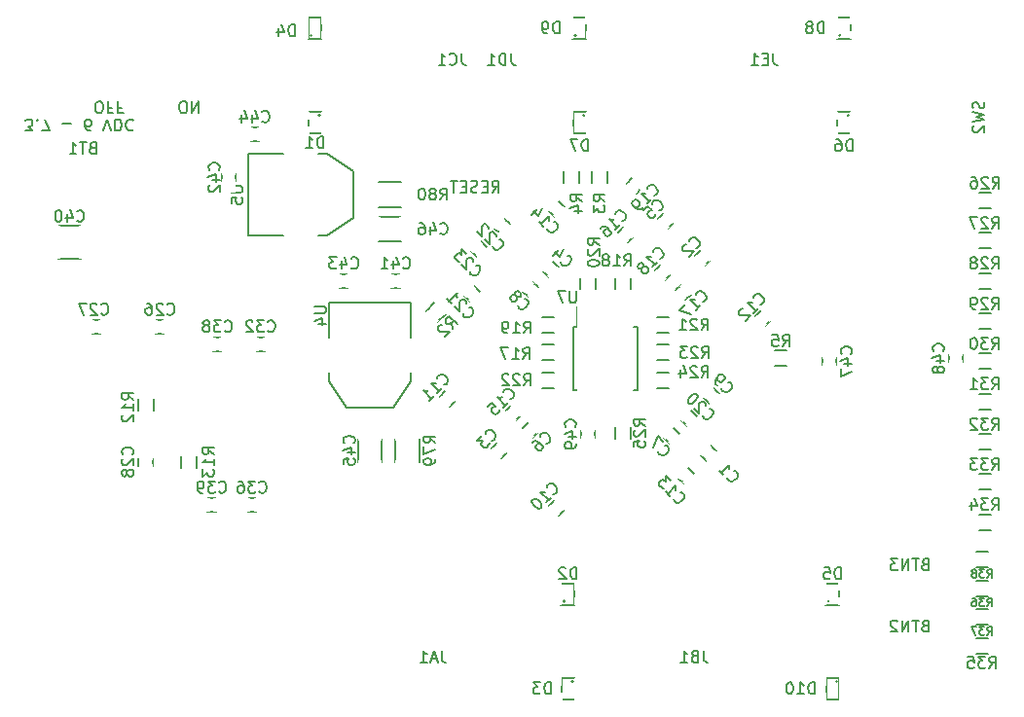
<source format=gbo>
G04 #@! TF.GenerationSoftware,KiCad,Pcbnew,(2017-01-24 revision 0b6147e)-makepkg*
G04 #@! TF.CreationDate,2017-03-21T13:18:50-07:00*
G04 #@! TF.ProjectId,Spartan6Dev,5370617274616E364465762E6B696361,rev?*
G04 #@! TF.FileFunction,Legend,Bot*
G04 #@! TF.FilePolarity,Positive*
%FSLAX46Y46*%
G04 Gerber Fmt 4.6, Leading zero omitted, Abs format (unit mm)*
G04 Created by KiCad (PCBNEW (2017-01-24 revision 0b6147e)-makepkg) date 03/21/17 13:18:50*
%MOMM*%
%LPD*%
G01*
G04 APERTURE LIST*
%ADD10C,0.100000*%
%ADD11C,0.150000*%
%ADD12R,1.400000X2.900000*%
%ADD13R,2.127200X2.127200*%
%ADD14O,2.127200X2.127200*%
%ADD15R,1.050000X2.100000*%
%ADD16C,1.150000*%
%ADD17R,1.200000X1.150000*%
%ADD18R,1.150000X1.200000*%
%ADD19R,2.000000X1.400000*%
%ADD20R,1.400000X2.000000*%
%ADD21R,0.900000X0.800000*%
%ADD22R,2.432000X2.127200*%
%ADD23O,2.432000X2.127200*%
%ADD24C,0.900000*%
%ADD25R,1.300000X0.900000*%
%ADD26R,0.900000X1.300000*%
%ADD27R,2.432000X1.416000*%
%ADD28R,2.432000X4.057600*%
%ADD29C,1.650006*%
%ADD30C,1.504000*%
%ADD31C,4.400000*%
%ADD32C,4.900000*%
%ADD33R,4.057600X2.432000*%
%ADD34R,1.416000X2.432000*%
%ADD35C,2.127200*%
%ADD36R,2.100000X1.300000*%
%ADD37R,1.300000X2.100000*%
%ADD38R,2.100000X1.600000*%
%ADD39O,2.100000X1.600000*%
%ADD40C,3.100000*%
%ADD41R,2.432000X2.432000*%
%ADD42O,2.432000X2.432000*%
%ADD43C,1.924000*%
%ADD44C,2.400000*%
%ADD45C,2.350000*%
%ADD46C,1.850000*%
%ADD47C,2.150000*%
G04 APERTURE END LIST*
D10*
D11*
X39365714Y-90168571D02*
X39222857Y-90216190D01*
X39175238Y-90263809D01*
X39127619Y-90359047D01*
X39127619Y-90501904D01*
X39175238Y-90597142D01*
X39222857Y-90644761D01*
X39318095Y-90692380D01*
X39699047Y-90692380D01*
X39699047Y-89692380D01*
X39365714Y-89692380D01*
X39270476Y-89740000D01*
X39222857Y-89787619D01*
X39175238Y-89882857D01*
X39175238Y-89978095D01*
X39222857Y-90073333D01*
X39270476Y-90120952D01*
X39365714Y-90168571D01*
X39699047Y-90168571D01*
X38841904Y-89692380D02*
X38270476Y-89692380D01*
X38556190Y-90692380D02*
X38556190Y-89692380D01*
X37413333Y-90692380D02*
X37984761Y-90692380D01*
X37699047Y-90692380D02*
X37699047Y-89692380D01*
X37794285Y-89835238D01*
X37889523Y-89930476D01*
X37984761Y-89978095D01*
X116904761Y-86166666D02*
X116952380Y-86309523D01*
X116952380Y-86547619D01*
X116904761Y-86642857D01*
X116857142Y-86690476D01*
X116761904Y-86738095D01*
X116666666Y-86738095D01*
X116571428Y-86690476D01*
X116523809Y-86642857D01*
X116476190Y-86547619D01*
X116428571Y-86357142D01*
X116380952Y-86261904D01*
X116333333Y-86214285D01*
X116238095Y-86166666D01*
X116142857Y-86166666D01*
X116047619Y-86214285D01*
X116000000Y-86261904D01*
X115952380Y-86357142D01*
X115952380Y-86595238D01*
X116000000Y-86738095D01*
X115952380Y-87071428D02*
X116952380Y-87309523D01*
X116238095Y-87500000D01*
X116952380Y-87690476D01*
X115952380Y-87928571D01*
X116047619Y-88261904D02*
X116000000Y-88309523D01*
X115952380Y-88404761D01*
X115952380Y-88642857D01*
X116000000Y-88738095D01*
X116047619Y-88785714D01*
X116142857Y-88833333D01*
X116238095Y-88833333D01*
X116380952Y-88785714D01*
X116952380Y-88214285D01*
X116952380Y-88833333D01*
X98585714Y-81952380D02*
X98585714Y-82666666D01*
X98633333Y-82809523D01*
X98728571Y-82904761D01*
X98871428Y-82952380D01*
X98966666Y-82952380D01*
X98109523Y-82428571D02*
X97776190Y-82428571D01*
X97633333Y-82952380D02*
X98109523Y-82952380D01*
X98109523Y-81952380D01*
X97633333Y-81952380D01*
X96680952Y-82952380D02*
X97252380Y-82952380D01*
X96966666Y-82952380D02*
X96966666Y-81952380D01*
X97061904Y-82095238D01*
X97157142Y-82190476D01*
X97252380Y-82238095D01*
X75793333Y-81962380D02*
X75793333Y-82676666D01*
X75840952Y-82819523D01*
X75936190Y-82914761D01*
X76079047Y-82962380D01*
X76174285Y-82962380D01*
X75317142Y-82962380D02*
X75317142Y-81962380D01*
X75079047Y-81962380D01*
X74936190Y-82010000D01*
X74840952Y-82105238D01*
X74793333Y-82200476D01*
X74745714Y-82390952D01*
X74745714Y-82533809D01*
X74793333Y-82724285D01*
X74840952Y-82819523D01*
X74936190Y-82914761D01*
X75079047Y-82962380D01*
X75317142Y-82962380D01*
X73793333Y-82962380D02*
X74364761Y-82962380D01*
X74079047Y-82962380D02*
X74079047Y-81962380D01*
X74174285Y-82105238D01*
X74269523Y-82200476D01*
X74364761Y-82248095D01*
X71493333Y-81962380D02*
X71493333Y-82676666D01*
X71540952Y-82819523D01*
X71636190Y-82914761D01*
X71779047Y-82962380D01*
X71874285Y-82962380D01*
X70445714Y-82867142D02*
X70493333Y-82914761D01*
X70636190Y-82962380D01*
X70731428Y-82962380D01*
X70874285Y-82914761D01*
X70969523Y-82819523D01*
X71017142Y-82724285D01*
X71064761Y-82533809D01*
X71064761Y-82390952D01*
X71017142Y-82200476D01*
X70969523Y-82105238D01*
X70874285Y-82010000D01*
X70731428Y-81962380D01*
X70636190Y-81962380D01*
X70493333Y-82010000D01*
X70445714Y-82057619D01*
X69493333Y-82962380D02*
X70064761Y-82962380D01*
X69779047Y-82962380D02*
X69779047Y-81962380D01*
X69874285Y-82105238D01*
X69969523Y-82200476D01*
X70064761Y-82248095D01*
X69751904Y-133952380D02*
X69751904Y-134666666D01*
X69799523Y-134809523D01*
X69894761Y-134904761D01*
X70037619Y-134952380D01*
X70132857Y-134952380D01*
X69323333Y-134666666D02*
X68847142Y-134666666D01*
X69418571Y-134952380D02*
X69085238Y-133952380D01*
X68751904Y-134952380D01*
X67894761Y-134952380D02*
X68466190Y-134952380D01*
X68180476Y-134952380D02*
X68180476Y-133952380D01*
X68275714Y-134095238D01*
X68370952Y-134190476D01*
X68466190Y-134238095D01*
X92543333Y-133942380D02*
X92543333Y-134656666D01*
X92590952Y-134799523D01*
X92686190Y-134894761D01*
X92829047Y-134942380D01*
X92924285Y-134942380D01*
X91733809Y-134418571D02*
X91590952Y-134466190D01*
X91543333Y-134513809D01*
X91495714Y-134609047D01*
X91495714Y-134751904D01*
X91543333Y-134847142D01*
X91590952Y-134894761D01*
X91686190Y-134942380D01*
X92067142Y-134942380D01*
X92067142Y-133942380D01*
X91733809Y-133942380D01*
X91638571Y-133990000D01*
X91590952Y-134037619D01*
X91543333Y-134132857D01*
X91543333Y-134228095D01*
X91590952Y-134323333D01*
X91638571Y-134370952D01*
X91733809Y-134418571D01*
X92067142Y-134418571D01*
X90543333Y-134942380D02*
X91114761Y-134942380D01*
X90829047Y-134942380D02*
X90829047Y-133942380D01*
X90924285Y-134085238D01*
X91019523Y-134180476D01*
X91114761Y-134228095D01*
X111789523Y-126428571D02*
X111646666Y-126476190D01*
X111599047Y-126523809D01*
X111551428Y-126619047D01*
X111551428Y-126761904D01*
X111599047Y-126857142D01*
X111646666Y-126904761D01*
X111741904Y-126952380D01*
X112122857Y-126952380D01*
X112122857Y-125952380D01*
X111789523Y-125952380D01*
X111694285Y-126000000D01*
X111646666Y-126047619D01*
X111599047Y-126142857D01*
X111599047Y-126238095D01*
X111646666Y-126333333D01*
X111694285Y-126380952D01*
X111789523Y-126428571D01*
X112122857Y-126428571D01*
X111265714Y-125952380D02*
X110694285Y-125952380D01*
X110980000Y-126952380D02*
X110980000Y-125952380D01*
X110360952Y-126952380D02*
X110360952Y-125952380D01*
X109789523Y-126952380D01*
X109789523Y-125952380D01*
X109408571Y-125952380D02*
X108789523Y-125952380D01*
X109122857Y-126333333D01*
X108980000Y-126333333D01*
X108884761Y-126380952D01*
X108837142Y-126428571D01*
X108789523Y-126523809D01*
X108789523Y-126761904D01*
X108837142Y-126857142D01*
X108884761Y-126904761D01*
X108980000Y-126952380D01*
X109265714Y-126952380D01*
X109360952Y-126904761D01*
X109408571Y-126857142D01*
X111789523Y-131778571D02*
X111646666Y-131826190D01*
X111599047Y-131873809D01*
X111551428Y-131969047D01*
X111551428Y-132111904D01*
X111599047Y-132207142D01*
X111646666Y-132254761D01*
X111741904Y-132302380D01*
X112122857Y-132302380D01*
X112122857Y-131302380D01*
X111789523Y-131302380D01*
X111694285Y-131350000D01*
X111646666Y-131397619D01*
X111599047Y-131492857D01*
X111599047Y-131588095D01*
X111646666Y-131683333D01*
X111694285Y-131730952D01*
X111789523Y-131778571D01*
X112122857Y-131778571D01*
X111265714Y-131302380D02*
X110694285Y-131302380D01*
X110980000Y-132302380D02*
X110980000Y-131302380D01*
X110360952Y-132302380D02*
X110360952Y-131302380D01*
X109789523Y-132302380D01*
X109789523Y-131302380D01*
X109360952Y-131397619D02*
X109313333Y-131350000D01*
X109218095Y-131302380D01*
X108980000Y-131302380D01*
X108884761Y-131350000D01*
X108837142Y-131397619D01*
X108789523Y-131492857D01*
X108789523Y-131588095D01*
X108837142Y-131730952D01*
X109408571Y-132302380D01*
X108789523Y-132302380D01*
X74152380Y-94052380D02*
X74485714Y-93576190D01*
X74723809Y-94052380D02*
X74723809Y-93052380D01*
X74342857Y-93052380D01*
X74247619Y-93100000D01*
X74200000Y-93147619D01*
X74152380Y-93242857D01*
X74152380Y-93385714D01*
X74200000Y-93480952D01*
X74247619Y-93528571D01*
X74342857Y-93576190D01*
X74723809Y-93576190D01*
X73723809Y-93528571D02*
X73390476Y-93528571D01*
X73247619Y-94052380D02*
X73723809Y-94052380D01*
X73723809Y-93052380D01*
X73247619Y-93052380D01*
X72866666Y-94004761D02*
X72723809Y-94052380D01*
X72485714Y-94052380D01*
X72390476Y-94004761D01*
X72342857Y-93957142D01*
X72295238Y-93861904D01*
X72295238Y-93766666D01*
X72342857Y-93671428D01*
X72390476Y-93623809D01*
X72485714Y-93576190D01*
X72676190Y-93528571D01*
X72771428Y-93480952D01*
X72819047Y-93433333D01*
X72866666Y-93338095D01*
X72866666Y-93242857D01*
X72819047Y-93147619D01*
X72771428Y-93100000D01*
X72676190Y-93052380D01*
X72438095Y-93052380D01*
X72295238Y-93100000D01*
X71866666Y-93528571D02*
X71533333Y-93528571D01*
X71390476Y-94052380D02*
X71866666Y-94052380D01*
X71866666Y-93052380D01*
X71390476Y-93052380D01*
X71104761Y-93052380D02*
X70533333Y-93052380D01*
X70819047Y-94052380D02*
X70819047Y-93052380D01*
X33535714Y-88697619D02*
X34154761Y-88697619D01*
X33821428Y-88316666D01*
X33964285Y-88316666D01*
X34059523Y-88269047D01*
X34107142Y-88221428D01*
X34154761Y-88126190D01*
X34154761Y-87888095D01*
X34107142Y-87792857D01*
X34059523Y-87745238D01*
X33964285Y-87697619D01*
X33678571Y-87697619D01*
X33583333Y-87745238D01*
X33535714Y-87792857D01*
X34583333Y-87792857D02*
X34630952Y-87745238D01*
X34583333Y-87697619D01*
X34535714Y-87745238D01*
X34583333Y-87792857D01*
X34583333Y-87697619D01*
X34964285Y-88697619D02*
X35630952Y-88697619D01*
X35202380Y-87697619D01*
X36773809Y-88078571D02*
X37535714Y-88078571D01*
X39202380Y-88697619D02*
X39011904Y-88697619D01*
X38916666Y-88650000D01*
X38869047Y-88602380D01*
X38773809Y-88459523D01*
X38726190Y-88269047D01*
X38726190Y-87888095D01*
X38773809Y-87792857D01*
X38821428Y-87745238D01*
X38916666Y-87697619D01*
X39107142Y-87697619D01*
X39202380Y-87745238D01*
X39250000Y-87792857D01*
X39297619Y-87888095D01*
X39297619Y-88126190D01*
X39250000Y-88221428D01*
X39202380Y-88269047D01*
X39107142Y-88316666D01*
X38916666Y-88316666D01*
X38821428Y-88269047D01*
X38773809Y-88221428D01*
X38726190Y-88126190D01*
X40345238Y-88697619D02*
X40678571Y-87697619D01*
X41011904Y-88697619D01*
X41345238Y-87697619D02*
X41345238Y-88697619D01*
X41583333Y-88697619D01*
X41726190Y-88650000D01*
X41821428Y-88554761D01*
X41869047Y-88459523D01*
X41916666Y-88269047D01*
X41916666Y-88126190D01*
X41869047Y-87935714D01*
X41821428Y-87840476D01*
X41726190Y-87745238D01*
X41583333Y-87697619D01*
X41345238Y-87697619D01*
X42916666Y-87792857D02*
X42869047Y-87745238D01*
X42726190Y-87697619D01*
X42630952Y-87697619D01*
X42488095Y-87745238D01*
X42392857Y-87840476D01*
X42345238Y-87935714D01*
X42297619Y-88126190D01*
X42297619Y-88269047D01*
X42345238Y-88459523D01*
X42392857Y-88554761D01*
X42488095Y-88650000D01*
X42630952Y-88697619D01*
X42726190Y-88697619D01*
X42869047Y-88650000D01*
X42916666Y-88602380D01*
X39864285Y-87147619D02*
X40054761Y-87147619D01*
X40150000Y-87100000D01*
X40245238Y-87004761D01*
X40292857Y-86814285D01*
X40292857Y-86480952D01*
X40245238Y-86290476D01*
X40150000Y-86195238D01*
X40054761Y-86147619D01*
X39864285Y-86147619D01*
X39769047Y-86195238D01*
X39673809Y-86290476D01*
X39626190Y-86480952D01*
X39626190Y-86814285D01*
X39673809Y-87004761D01*
X39769047Y-87100000D01*
X39864285Y-87147619D01*
X41054761Y-86671428D02*
X40721428Y-86671428D01*
X40721428Y-86147619D02*
X40721428Y-87147619D01*
X41197619Y-87147619D01*
X41911904Y-86671428D02*
X41578571Y-86671428D01*
X41578571Y-86147619D02*
X41578571Y-87147619D01*
X42054761Y-87147619D01*
X47197619Y-87147619D02*
X47388095Y-87147619D01*
X47483333Y-87100000D01*
X47578571Y-87004761D01*
X47626190Y-86814285D01*
X47626190Y-86480952D01*
X47578571Y-86290476D01*
X47483333Y-86195238D01*
X47388095Y-86147619D01*
X47197619Y-86147619D01*
X47102380Y-86195238D01*
X47007142Y-86290476D01*
X46959523Y-86480952D01*
X46959523Y-86814285D01*
X47007142Y-87004761D01*
X47102380Y-87100000D01*
X47197619Y-87147619D01*
X48054761Y-86147619D02*
X48054761Y-87147619D01*
X48626190Y-86147619D01*
X48626190Y-87147619D01*
X38400000Y-99875000D02*
X36400000Y-99875000D01*
X36400000Y-96925000D02*
X38400000Y-96925000D01*
X81245000Y-105750000D02*
X81545000Y-105750000D01*
X81245000Y-111250000D02*
X81545000Y-111250000D01*
X86755000Y-111250000D02*
X86455000Y-111250000D01*
X86755000Y-105750000D02*
X86455000Y-105750000D01*
X81245000Y-105750000D02*
X81245000Y-111250000D01*
X86755000Y-105750000D02*
X86755000Y-111250000D01*
X81545000Y-105750000D02*
X81545000Y-104000000D01*
X92328249Y-116926777D02*
X92823223Y-117421751D01*
X93671751Y-116573223D02*
X93176777Y-116078249D01*
X92323223Y-99078249D02*
X91828249Y-99573223D01*
X92676777Y-100421751D02*
X93171751Y-99926777D01*
X74573223Y-115828249D02*
X74078249Y-116323223D01*
X74926777Y-117171751D02*
X75421751Y-116676777D01*
X79921751Y-100573223D02*
X79426777Y-100078249D01*
X78578249Y-100926777D02*
X79073223Y-101421751D01*
X89426777Y-97171751D02*
X89921751Y-96676777D01*
X89073223Y-95828249D02*
X88578249Y-96323223D01*
X77323223Y-114078249D02*
X76828249Y-114573223D01*
X77676777Y-115421751D02*
X78171751Y-114926777D01*
X90421751Y-115073223D02*
X89926777Y-114578249D01*
X89078249Y-115426777D02*
X89573223Y-115921751D01*
X78171751Y-102323223D02*
X77676777Y-101828249D01*
X76828249Y-102676777D02*
X77323223Y-103171751D01*
X93921751Y-111573223D02*
X93426777Y-111078249D01*
X92578249Y-111926777D02*
X93073223Y-112421751D01*
X79926777Y-122171751D02*
X80421751Y-121676777D01*
X79573223Y-120828249D02*
X79078249Y-121323223D01*
X70073223Y-111328249D02*
X69578249Y-111823223D01*
X70426777Y-112671751D02*
X70921751Y-112176777D01*
X97926777Y-105671751D02*
X98421751Y-105176777D01*
X97573223Y-104328249D02*
X97078249Y-104823223D01*
X91671751Y-118573223D02*
X91176777Y-118078249D01*
X90328249Y-118926777D02*
X90823223Y-119421751D01*
X80421751Y-95323223D02*
X79926777Y-94828249D01*
X79078249Y-95676777D02*
X79573223Y-96171751D01*
X75823223Y-112578249D02*
X75328249Y-113073223D01*
X76176777Y-113921751D02*
X76671751Y-113426777D01*
X85926777Y-98421751D02*
X86421751Y-97926777D01*
X85573223Y-97078249D02*
X85078249Y-97573223D01*
X90573223Y-102078249D02*
X90078249Y-102573223D01*
X90926777Y-103421751D02*
X91421751Y-102926777D01*
X89176777Y-101671751D02*
X89671751Y-101176777D01*
X88823223Y-100328249D02*
X88328249Y-100823223D01*
X86676777Y-94171751D02*
X87171751Y-93676777D01*
X86323223Y-92828249D02*
X85828249Y-93323223D01*
X90578249Y-113926777D02*
X91073223Y-114421751D01*
X91921751Y-113573223D02*
X91426777Y-113078249D01*
X73071751Y-102723223D02*
X72576777Y-102228249D01*
X71728249Y-103076777D02*
X72223223Y-103571751D01*
X74328249Y-97176777D02*
X74823223Y-97671751D01*
X75671751Y-96823223D02*
X75176777Y-96328249D01*
X73671751Y-98823223D02*
X73176777Y-98328249D01*
X72328249Y-99176777D02*
X72823223Y-99671751D01*
X44900000Y-106350000D02*
X45600000Y-106350000D01*
X45600000Y-105150000D02*
X44900000Y-105150000D01*
X39400000Y-106350000D02*
X40100000Y-106350000D01*
X40100000Y-105150000D02*
X39400000Y-105150000D01*
X44600000Y-117850000D02*
X44600000Y-117150000D01*
X43400000Y-117150000D02*
X43400000Y-117850000D01*
X54350000Y-106650000D02*
X53650000Y-106650000D01*
X53650000Y-107850000D02*
X54350000Y-107850000D01*
X53600000Y-120650000D02*
X52900000Y-120650000D01*
X52900000Y-121850000D02*
X53600000Y-121850000D01*
X49900000Y-107850000D02*
X50600000Y-107850000D01*
X50600000Y-106650000D02*
X49900000Y-106650000D01*
X49400000Y-121850000D02*
X50100000Y-121850000D01*
X50100000Y-120650000D02*
X49400000Y-120650000D01*
X66100000Y-101150000D02*
X65400000Y-101150000D01*
X65400000Y-102350000D02*
X66100000Y-102350000D01*
X51850000Y-93100000D02*
X51850000Y-92400000D01*
X50650000Y-92400000D02*
X50650000Y-93100000D01*
X61600000Y-101150000D02*
X60900000Y-101150000D01*
X60900000Y-102350000D02*
X61600000Y-102350000D01*
X53850000Y-88400000D02*
X53150000Y-88400000D01*
X53150000Y-89600000D02*
X53850000Y-89600000D01*
X62475000Y-117500000D02*
X62475000Y-115500000D01*
X64525000Y-115500000D02*
X64525000Y-117500000D01*
X64250000Y-96225000D02*
X66250000Y-96225000D01*
X66250000Y-98275000D02*
X64250000Y-98275000D01*
X102900000Y-108400000D02*
X102900000Y-109100000D01*
X104100000Y-109100000D02*
X104100000Y-108400000D01*
X113900000Y-108150000D02*
X113900000Y-108850000D01*
X115100000Y-108850000D02*
X115100000Y-108150000D01*
X81900000Y-114750000D02*
X81900000Y-115450000D01*
X83100000Y-115450000D02*
X83100000Y-114750000D01*
X58180000Y-87060000D02*
X58180000Y-87060000D01*
X59360000Y-87060000D02*
X58180000Y-87060000D01*
X59360000Y-87060000D02*
X59360000Y-87060000D01*
X59360000Y-88900000D02*
X59360000Y-87060000D01*
X58180000Y-88900000D02*
X59360000Y-88900000D01*
X58180000Y-87070000D02*
X58180000Y-88900000D01*
X59180711Y-87360000D02*
G75*
G03X59180711Y-87360000I-70711J0D01*
G01*
X80460711Y-129640000D02*
G75*
G03X80460711Y-129640000I-70711J0D01*
G01*
X81320000Y-129930000D02*
X81320000Y-128100000D01*
X81320000Y-128100000D02*
X80140000Y-128100000D01*
X80140000Y-128100000D02*
X80140000Y-129940000D01*
X80140000Y-129940000D02*
X80140000Y-129940000D01*
X80140000Y-129940000D02*
X81320000Y-129940000D01*
X81320000Y-129940000D02*
X81320000Y-129940000D01*
X80180000Y-136310000D02*
X80180000Y-136310000D01*
X81360000Y-136310000D02*
X80180000Y-136310000D01*
X81360000Y-136310000D02*
X81360000Y-136310000D01*
X81360000Y-138150000D02*
X81360000Y-136310000D01*
X80180000Y-138150000D02*
X81360000Y-138150000D01*
X80180000Y-136320000D02*
X80180000Y-138150000D01*
X81180711Y-136610000D02*
G75*
G03X81180711Y-136610000I-70711J0D01*
G01*
X58460711Y-80390000D02*
G75*
G03X58460711Y-80390000I-70711J0D01*
G01*
X59320000Y-80680000D02*
X59320000Y-78850000D01*
X59320000Y-78850000D02*
X58140000Y-78850000D01*
X58140000Y-78850000D02*
X58140000Y-80690000D01*
X58140000Y-80690000D02*
X58140000Y-80690000D01*
X58140000Y-80690000D02*
X59320000Y-80690000D01*
X59320000Y-80690000D02*
X59320000Y-80690000D01*
X104320000Y-129940000D02*
X104320000Y-129940000D01*
X103140000Y-129940000D02*
X104320000Y-129940000D01*
X103140000Y-129940000D02*
X103140000Y-129940000D01*
X103140000Y-128100000D02*
X103140000Y-129940000D01*
X104320000Y-128100000D02*
X103140000Y-128100000D01*
X104320000Y-129930000D02*
X104320000Y-128100000D01*
X103460711Y-129640000D02*
G75*
G03X103460711Y-129640000I-70711J0D01*
G01*
X104180000Y-87060000D02*
X104180000Y-87060000D01*
X105360000Y-87060000D02*
X104180000Y-87060000D01*
X105360000Y-87060000D02*
X105360000Y-87060000D01*
X105360000Y-88900000D02*
X105360000Y-87060000D01*
X104180000Y-88900000D02*
X105360000Y-88900000D01*
X104180000Y-87070000D02*
X104180000Y-88900000D01*
X105180711Y-87360000D02*
G75*
G03X105180711Y-87360000I-70711J0D01*
G01*
X81180000Y-87060000D02*
X81180000Y-87060000D01*
X82360000Y-87060000D02*
X81180000Y-87060000D01*
X82360000Y-87060000D02*
X82360000Y-87060000D01*
X82360000Y-88900000D02*
X82360000Y-87060000D01*
X81180000Y-88900000D02*
X82360000Y-88900000D01*
X81180000Y-87070000D02*
X81180000Y-88900000D01*
X82180711Y-87360000D02*
G75*
G03X82180711Y-87360000I-70711J0D01*
G01*
X104460711Y-80390000D02*
G75*
G03X104460711Y-80390000I-70711J0D01*
G01*
X105320000Y-80680000D02*
X105320000Y-78850000D01*
X105320000Y-78850000D02*
X104140000Y-78850000D01*
X104140000Y-78850000D02*
X104140000Y-80690000D01*
X104140000Y-80690000D02*
X104140000Y-80690000D01*
X104140000Y-80690000D02*
X105320000Y-80690000D01*
X105320000Y-80690000D02*
X105320000Y-80690000D01*
X81460711Y-80390000D02*
G75*
G03X81460711Y-80390000I-70711J0D01*
G01*
X82320000Y-80680000D02*
X82320000Y-78850000D01*
X82320000Y-78850000D02*
X81140000Y-78850000D01*
X81140000Y-78850000D02*
X81140000Y-80690000D01*
X81140000Y-80690000D02*
X81140000Y-80690000D01*
X81140000Y-80690000D02*
X82320000Y-80690000D01*
X82320000Y-80690000D02*
X82320000Y-80690000D01*
X104180711Y-136610000D02*
G75*
G03X104180711Y-136610000I-70711J0D01*
G01*
X103180000Y-136320000D02*
X103180000Y-138150000D01*
X103180000Y-138150000D02*
X104360000Y-138150000D01*
X104360000Y-138150000D02*
X104360000Y-136310000D01*
X104360000Y-136310000D02*
X104360000Y-136310000D01*
X104360000Y-136310000D02*
X103180000Y-136310000D01*
X103180000Y-136310000D02*
X103180000Y-136310000D01*
X69373744Y-105330850D02*
X70080850Y-104623744D01*
X69126256Y-103669150D02*
X68419150Y-104376256D01*
X82825000Y-92250000D02*
X82825000Y-93250000D01*
X84175000Y-93250000D02*
X84175000Y-92250000D01*
X81675000Y-93250000D02*
X81675000Y-92250000D01*
X80325000Y-92250000D02*
X80325000Y-93250000D01*
X98750000Y-109175000D02*
X99750000Y-109175000D01*
X99750000Y-107825000D02*
X98750000Y-107825000D01*
X43325000Y-112000000D02*
X43325000Y-113000000D01*
X44675000Y-113000000D02*
X44675000Y-112000000D01*
X47075000Y-117000000D02*
X47075000Y-118000000D01*
X48425000Y-118000000D02*
X48425000Y-117000000D01*
X78500000Y-108675000D02*
X79500000Y-108675000D01*
X79500000Y-107325000D02*
X78500000Y-107325000D01*
X83175000Y-102500000D02*
X83175000Y-101500000D01*
X81825000Y-101500000D02*
X81825000Y-102500000D01*
X78500000Y-106275000D02*
X79500000Y-106275000D01*
X79500000Y-104925000D02*
X78500000Y-104925000D01*
X84825000Y-101500000D02*
X84825000Y-102500000D01*
X86175000Y-102500000D02*
X86175000Y-101500000D01*
X88500000Y-106275000D02*
X89500000Y-106275000D01*
X89500000Y-104925000D02*
X88500000Y-104925000D01*
X78500000Y-111075000D02*
X79500000Y-111075000D01*
X79500000Y-109725000D02*
X78500000Y-109725000D01*
X89500000Y-107325000D02*
X88500000Y-107325000D01*
X88500000Y-108675000D02*
X89500000Y-108675000D01*
X89500000Y-109725000D02*
X88500000Y-109725000D01*
X88500000Y-111075000D02*
X89500000Y-111075000D01*
X84825000Y-114500000D02*
X84825000Y-115500000D01*
X86175000Y-115500000D02*
X86175000Y-114500000D01*
X116530500Y-95425000D02*
X117530500Y-95425000D01*
X117530500Y-94075000D02*
X116530500Y-94075000D01*
X116500000Y-98925000D02*
X117500000Y-98925000D01*
X117500000Y-97575000D02*
X116500000Y-97575000D01*
X116500000Y-102425000D02*
X117500000Y-102425000D01*
X117500000Y-101075000D02*
X116500000Y-101075000D01*
X116500000Y-105925000D02*
X117500000Y-105925000D01*
X117500000Y-104575000D02*
X116500000Y-104575000D01*
X117500000Y-108075000D02*
X116500000Y-108075000D01*
X116500000Y-109425000D02*
X117500000Y-109425000D01*
X117500000Y-111575000D02*
X116500000Y-111575000D01*
X116500000Y-112925000D02*
X117500000Y-112925000D01*
X117500000Y-115075000D02*
X116500000Y-115075000D01*
X116500000Y-116425000D02*
X117500000Y-116425000D01*
X116500000Y-119925000D02*
X117500000Y-119925000D01*
X117500000Y-118575000D02*
X116500000Y-118575000D01*
X117500000Y-122075000D02*
X116500000Y-122075000D01*
X116500000Y-123425000D02*
X117500000Y-123425000D01*
X117250000Y-132825000D02*
X116250000Y-132825000D01*
X116250000Y-134175000D02*
X117250000Y-134175000D01*
X117250000Y-127825000D02*
X116250000Y-127825000D01*
X116250000Y-129175000D02*
X117250000Y-129175000D01*
X117250000Y-130325000D02*
X116250000Y-130325000D01*
X116250000Y-131675000D02*
X117250000Y-131675000D01*
X116250000Y-126675000D02*
X117250000Y-126675000D01*
X117250000Y-125325000D02*
X116250000Y-125325000D01*
X59786000Y-90694000D02*
X59024000Y-90694000D01*
X62072000Y-92218000D02*
X59786000Y-90694000D01*
X62072000Y-96282000D02*
X62072000Y-92218000D01*
X59786000Y-97806000D02*
X62072000Y-96282000D01*
X59024000Y-97806000D02*
X59786000Y-97806000D01*
X52928000Y-90694000D02*
X55976000Y-90694000D01*
X52928000Y-97806000D02*
X52928000Y-90694000D01*
X55976000Y-97806000D02*
X52928000Y-97806000D01*
X59944000Y-106726000D02*
X59944000Y-103678000D01*
X59944000Y-103678000D02*
X67056000Y-103678000D01*
X67056000Y-103678000D02*
X67056000Y-106726000D01*
X59944000Y-109774000D02*
X59944000Y-110536000D01*
X59944000Y-110536000D02*
X61468000Y-112822000D01*
X61468000Y-112822000D02*
X65532000Y-112822000D01*
X65532000Y-112822000D02*
X67056000Y-110536000D01*
X67056000Y-110536000D02*
X67056000Y-109774000D01*
X67825000Y-117500000D02*
X67825000Y-115500000D01*
X65675000Y-115500000D02*
X65675000Y-117500000D01*
X64250000Y-95325000D02*
X66250000Y-95325000D01*
X66250000Y-93175000D02*
X64250000Y-93175000D01*
X38042857Y-96507142D02*
X38090476Y-96554761D01*
X38233333Y-96602380D01*
X38328571Y-96602380D01*
X38471428Y-96554761D01*
X38566666Y-96459523D01*
X38614285Y-96364285D01*
X38661904Y-96173809D01*
X38661904Y-96030952D01*
X38614285Y-95840476D01*
X38566666Y-95745238D01*
X38471428Y-95650000D01*
X38328571Y-95602380D01*
X38233333Y-95602380D01*
X38090476Y-95650000D01*
X38042857Y-95697619D01*
X37185714Y-95935714D02*
X37185714Y-96602380D01*
X37423809Y-95554761D02*
X37661904Y-96269047D01*
X37042857Y-96269047D01*
X36471428Y-95602380D02*
X36376190Y-95602380D01*
X36280952Y-95650000D01*
X36233333Y-95697619D01*
X36185714Y-95792857D01*
X36138095Y-95983333D01*
X36138095Y-96221428D01*
X36185714Y-96411904D01*
X36233333Y-96507142D01*
X36280952Y-96554761D01*
X36376190Y-96602380D01*
X36471428Y-96602380D01*
X36566666Y-96554761D01*
X36614285Y-96507142D01*
X36661904Y-96411904D01*
X36709523Y-96221428D01*
X36709523Y-95983333D01*
X36661904Y-95792857D01*
X36614285Y-95697619D01*
X36566666Y-95650000D01*
X36471428Y-95602380D01*
X81461904Y-102652380D02*
X81461904Y-103461904D01*
X81414285Y-103557142D01*
X81366666Y-103604761D01*
X81271428Y-103652380D01*
X81080952Y-103652380D01*
X80985714Y-103604761D01*
X80938095Y-103557142D01*
X80890476Y-103461904D01*
X80890476Y-102652380D01*
X80509523Y-102652380D02*
X79842857Y-102652380D01*
X80271428Y-103652380D01*
X94615312Y-118870389D02*
X94615312Y-118937732D01*
X94682656Y-119072419D01*
X94750000Y-119139763D01*
X94884687Y-119207106D01*
X95019374Y-119207106D01*
X95120389Y-119173435D01*
X95288748Y-119072419D01*
X95389763Y-118971404D01*
X95490778Y-118803045D01*
X95524450Y-118702030D01*
X95524450Y-118567343D01*
X95457106Y-118432656D01*
X95389763Y-118365312D01*
X95255076Y-118297969D01*
X95187732Y-118297969D01*
X93874534Y-118264297D02*
X94278595Y-118668358D01*
X94076564Y-118466328D02*
X94783671Y-117759221D01*
X94750000Y-117927580D01*
X94750000Y-118062267D01*
X94783671Y-118163282D01*
X91870389Y-98884687D02*
X91937732Y-98884687D01*
X92072419Y-98817343D01*
X92139763Y-98750000D01*
X92207106Y-98615312D01*
X92207106Y-98480625D01*
X92173435Y-98379610D01*
X92072419Y-98211251D01*
X91971404Y-98110236D01*
X91803045Y-98009221D01*
X91702030Y-97975549D01*
X91567343Y-97975549D01*
X91432656Y-98042893D01*
X91365312Y-98110236D01*
X91297969Y-98244923D01*
X91297969Y-98312267D01*
X91028595Y-98581641D02*
X90961251Y-98581641D01*
X90860236Y-98615312D01*
X90691877Y-98783671D01*
X90658206Y-98884687D01*
X90658206Y-98952030D01*
X90691877Y-99053045D01*
X90759221Y-99120389D01*
X90893908Y-99187732D01*
X91702030Y-99187732D01*
X91264297Y-99625465D01*
X74120389Y-115634687D02*
X74187732Y-115634687D01*
X74322419Y-115567343D01*
X74389763Y-115500000D01*
X74457106Y-115365312D01*
X74457106Y-115230625D01*
X74423435Y-115129610D01*
X74322419Y-114961251D01*
X74221404Y-114860236D01*
X74053045Y-114759221D01*
X73952030Y-114725549D01*
X73817343Y-114725549D01*
X73682656Y-114792893D01*
X73615312Y-114860236D01*
X73547969Y-114994923D01*
X73547969Y-115062267D01*
X73244923Y-115230625D02*
X72807190Y-115668358D01*
X73312267Y-115702030D01*
X73211251Y-115803045D01*
X73177580Y-115904061D01*
X73177580Y-115971404D01*
X73211251Y-116072419D01*
X73379610Y-116240778D01*
X73480625Y-116274450D01*
X73547969Y-116274450D01*
X73648984Y-116240778D01*
X73851015Y-116038748D01*
X73884687Y-115937732D01*
X73884687Y-115870389D01*
X80115312Y-100120389D02*
X80115312Y-100187732D01*
X80182656Y-100322419D01*
X80250000Y-100389763D01*
X80384687Y-100457106D01*
X80519374Y-100457106D01*
X80620389Y-100423435D01*
X80788748Y-100322419D01*
X80889763Y-100221404D01*
X80990778Y-100053045D01*
X81024450Y-99952030D01*
X81024450Y-99817343D01*
X80957106Y-99682656D01*
X80889763Y-99615312D01*
X80755076Y-99547969D01*
X80687732Y-99547969D01*
X79913282Y-99110236D02*
X79441877Y-99581641D01*
X80351015Y-99009221D02*
X80014297Y-99682656D01*
X79576564Y-99244923D01*
X88620389Y-95634687D02*
X88687732Y-95634687D01*
X88822419Y-95567343D01*
X88889763Y-95500000D01*
X88957106Y-95365312D01*
X88957106Y-95230625D01*
X88923435Y-95129610D01*
X88822419Y-94961251D01*
X88721404Y-94860236D01*
X88553045Y-94759221D01*
X88452030Y-94725549D01*
X88317343Y-94725549D01*
X88182656Y-94792893D01*
X88115312Y-94860236D01*
X88047969Y-94994923D01*
X88047969Y-95062267D01*
X87340862Y-95634687D02*
X87677580Y-95297969D01*
X88047969Y-95601015D01*
X87980625Y-95601015D01*
X87879610Y-95634687D01*
X87711251Y-95803045D01*
X87677580Y-95904061D01*
X87677580Y-95971404D01*
X87711251Y-96072419D01*
X87879610Y-96240778D01*
X87980625Y-96274450D01*
X88047969Y-96274450D01*
X88148984Y-96240778D01*
X88317343Y-96072419D01*
X88351015Y-95971404D01*
X88351015Y-95904061D01*
X78870389Y-115884687D02*
X78937732Y-115884687D01*
X79072419Y-115817343D01*
X79139763Y-115750000D01*
X79207106Y-115615312D01*
X79207106Y-115480625D01*
X79173435Y-115379610D01*
X79072419Y-115211251D01*
X78971404Y-115110236D01*
X78803045Y-115009221D01*
X78702030Y-114975549D01*
X78567343Y-114975549D01*
X78432656Y-115042893D01*
X78365312Y-115110236D01*
X78297969Y-115244923D01*
X78297969Y-115312267D01*
X77624534Y-115851015D02*
X77759221Y-115716328D01*
X77860236Y-115682656D01*
X77927580Y-115682656D01*
X78095938Y-115716328D01*
X78264297Y-115817343D01*
X78533671Y-116086717D01*
X78567343Y-116187732D01*
X78567343Y-116255076D01*
X78533671Y-116356091D01*
X78398984Y-116490778D01*
X78297969Y-116524450D01*
X78230625Y-116524450D01*
X78129610Y-116490778D01*
X77961251Y-116322419D01*
X77927580Y-116221404D01*
X77927580Y-116154061D01*
X77961251Y-116053045D01*
X78095938Y-115918358D01*
X78196954Y-115884687D01*
X78264297Y-115884687D01*
X78365312Y-115918358D01*
X88615312Y-116620389D02*
X88615312Y-116687732D01*
X88682656Y-116822419D01*
X88750000Y-116889763D01*
X88884687Y-116957106D01*
X89019374Y-116957106D01*
X89120389Y-116923435D01*
X89288748Y-116822419D01*
X89389763Y-116721404D01*
X89490778Y-116553045D01*
X89524450Y-116452030D01*
X89524450Y-116317343D01*
X89457106Y-116182656D01*
X89389763Y-116115312D01*
X89255076Y-116047969D01*
X89187732Y-116047969D01*
X89019374Y-115744923D02*
X88547969Y-115273519D01*
X88143908Y-116283671D01*
X76365312Y-103870389D02*
X76365312Y-103937732D01*
X76432656Y-104072419D01*
X76500000Y-104139763D01*
X76634687Y-104207106D01*
X76769374Y-104207106D01*
X76870389Y-104173435D01*
X77038748Y-104072419D01*
X77139763Y-103971404D01*
X77240778Y-103803045D01*
X77274450Y-103702030D01*
X77274450Y-103567343D01*
X77207106Y-103432656D01*
X77139763Y-103365312D01*
X77005076Y-103297969D01*
X76937732Y-103297969D01*
X76297969Y-103129610D02*
X76398984Y-103163282D01*
X76466328Y-103163282D01*
X76567343Y-103129610D01*
X76601015Y-103095938D01*
X76634687Y-102994923D01*
X76634687Y-102927580D01*
X76601015Y-102826564D01*
X76466328Y-102691877D01*
X76365312Y-102658206D01*
X76297969Y-102658206D01*
X76196954Y-102691877D01*
X76163282Y-102725549D01*
X76129610Y-102826564D01*
X76129610Y-102893908D01*
X76163282Y-102994923D01*
X76297969Y-103129610D01*
X76331641Y-103230625D01*
X76331641Y-103297969D01*
X76297969Y-103398984D01*
X76163282Y-103533671D01*
X76062267Y-103567343D01*
X75994923Y-103567343D01*
X75893908Y-103533671D01*
X75759221Y-103398984D01*
X75725549Y-103297969D01*
X75725549Y-103230625D01*
X75759221Y-103129610D01*
X75893908Y-102994923D01*
X75994923Y-102961251D01*
X76062267Y-102961251D01*
X76163282Y-102994923D01*
X94115312Y-111120389D02*
X94115312Y-111187732D01*
X94182656Y-111322419D01*
X94250000Y-111389763D01*
X94384687Y-111457106D01*
X94519374Y-111457106D01*
X94620389Y-111423435D01*
X94788748Y-111322419D01*
X94889763Y-111221404D01*
X94990778Y-111053045D01*
X95024450Y-110952030D01*
X95024450Y-110817343D01*
X94957106Y-110682656D01*
X94889763Y-110615312D01*
X94755076Y-110547969D01*
X94687732Y-110547969D01*
X93711251Y-110851015D02*
X93576564Y-110716328D01*
X93542893Y-110615312D01*
X93542893Y-110547969D01*
X93576564Y-110379610D01*
X93677580Y-110211251D01*
X93946954Y-109941877D01*
X94047969Y-109908206D01*
X94115312Y-109908206D01*
X94216328Y-109941877D01*
X94351015Y-110076564D01*
X94384687Y-110177580D01*
X94384687Y-110244923D01*
X94351015Y-110345938D01*
X94182656Y-110514297D01*
X94081641Y-110547969D01*
X94014297Y-110547969D01*
X93913282Y-110514297D01*
X93778595Y-110379610D01*
X93744923Y-110278595D01*
X93744923Y-110211251D01*
X93778595Y-110110236D01*
X79457106Y-120297969D02*
X79524450Y-120297969D01*
X79659137Y-120230625D01*
X79726480Y-120163282D01*
X79793824Y-120028595D01*
X79793824Y-119893908D01*
X79760152Y-119792893D01*
X79659137Y-119624534D01*
X79558122Y-119523519D01*
X79389763Y-119422503D01*
X79288748Y-119388832D01*
X79154061Y-119388832D01*
X79019374Y-119456175D01*
X78952030Y-119523519D01*
X78884687Y-119658206D01*
X78884687Y-119725549D01*
X78851015Y-121038748D02*
X79255076Y-120634687D01*
X79053045Y-120836717D02*
X78345938Y-120129610D01*
X78514297Y-120163282D01*
X78648984Y-120163282D01*
X78750000Y-120129610D01*
X77706175Y-120769374D02*
X77638832Y-120836717D01*
X77605160Y-120937732D01*
X77605160Y-121005076D01*
X77638832Y-121106091D01*
X77739847Y-121274450D01*
X77908206Y-121442809D01*
X78076564Y-121543824D01*
X78177580Y-121577496D01*
X78244923Y-121577496D01*
X78345938Y-121543824D01*
X78413282Y-121476480D01*
X78446954Y-121375465D01*
X78446954Y-121308122D01*
X78413282Y-121207106D01*
X78312267Y-121038748D01*
X78143908Y-120870389D01*
X77975549Y-120769374D01*
X77874534Y-120735702D01*
X77807190Y-120735702D01*
X77706175Y-120769374D01*
X69957106Y-110797969D02*
X70024450Y-110797969D01*
X70159137Y-110730625D01*
X70226480Y-110663282D01*
X70293824Y-110528595D01*
X70293824Y-110393908D01*
X70260152Y-110292893D01*
X70159137Y-110124534D01*
X70058122Y-110023519D01*
X69889763Y-109922503D01*
X69788748Y-109888832D01*
X69654061Y-109888832D01*
X69519374Y-109956175D01*
X69452030Y-110023519D01*
X69384687Y-110158206D01*
X69384687Y-110225549D01*
X69351015Y-111538748D02*
X69755076Y-111134687D01*
X69553045Y-111336717D02*
X68845938Y-110629610D01*
X69014297Y-110663282D01*
X69148984Y-110663282D01*
X69250000Y-110629610D01*
X68677580Y-112212183D02*
X69081641Y-111808122D01*
X68879610Y-112010152D02*
X68172503Y-111303045D01*
X68340862Y-111336717D01*
X68475549Y-111336717D01*
X68576564Y-111303045D01*
X97457106Y-103797969D02*
X97524450Y-103797969D01*
X97659137Y-103730625D01*
X97726480Y-103663282D01*
X97793824Y-103528595D01*
X97793824Y-103393908D01*
X97760152Y-103292893D01*
X97659137Y-103124534D01*
X97558122Y-103023519D01*
X97389763Y-102922503D01*
X97288748Y-102888832D01*
X97154061Y-102888832D01*
X97019374Y-102956175D01*
X96952030Y-103023519D01*
X96884687Y-103158206D01*
X96884687Y-103225549D01*
X96851015Y-104538748D02*
X97255076Y-104134687D01*
X97053045Y-104336717D02*
X96345938Y-103629610D01*
X96514297Y-103663282D01*
X96648984Y-103663282D01*
X96750000Y-103629610D01*
X95941877Y-104168358D02*
X95874534Y-104168358D01*
X95773519Y-104202030D01*
X95605160Y-104370389D01*
X95571488Y-104471404D01*
X95571488Y-104538748D01*
X95605160Y-104639763D01*
X95672503Y-104707106D01*
X95807190Y-104774450D01*
X96615312Y-104774450D01*
X96177580Y-105212183D01*
X89952030Y-120707106D02*
X89952030Y-120774450D01*
X90019374Y-120909137D01*
X90086717Y-120976480D01*
X90221404Y-121043824D01*
X90356091Y-121043824D01*
X90457106Y-121010152D01*
X90625465Y-120909137D01*
X90726480Y-120808122D01*
X90827496Y-120639763D01*
X90861167Y-120538748D01*
X90861167Y-120404061D01*
X90793824Y-120269374D01*
X90726480Y-120202030D01*
X90591793Y-120134687D01*
X90524450Y-120134687D01*
X89211251Y-120101015D02*
X89615312Y-120505076D01*
X89413282Y-120303045D02*
X90120389Y-119595938D01*
X90086717Y-119764297D01*
X90086717Y-119898984D01*
X90120389Y-120000000D01*
X89682656Y-119158206D02*
X89244923Y-118720473D01*
X89211251Y-119225549D01*
X89110236Y-119124534D01*
X89009221Y-119090862D01*
X88941877Y-119090862D01*
X88840862Y-119124534D01*
X88672503Y-119292893D01*
X88638832Y-119393908D01*
X88638832Y-119461251D01*
X88672503Y-119562267D01*
X88874534Y-119764297D01*
X88975549Y-119797969D01*
X89042893Y-119797969D01*
X78952030Y-97207106D02*
X78952030Y-97274450D01*
X79019374Y-97409137D01*
X79086717Y-97476480D01*
X79221404Y-97543824D01*
X79356091Y-97543824D01*
X79457106Y-97510152D01*
X79625465Y-97409137D01*
X79726480Y-97308122D01*
X79827496Y-97139763D01*
X79861167Y-97038748D01*
X79861167Y-96904061D01*
X79793824Y-96769374D01*
X79726480Y-96702030D01*
X79591793Y-96634687D01*
X79524450Y-96634687D01*
X78211251Y-96601015D02*
X78615312Y-97005076D01*
X78413282Y-96803045D02*
X79120389Y-96095938D01*
X79086717Y-96264297D01*
X79086717Y-96398984D01*
X79120389Y-96500000D01*
X78076564Y-95523519D02*
X77605160Y-95994923D01*
X78514297Y-95422503D02*
X78177580Y-96095938D01*
X77739847Y-95658206D01*
X75707106Y-112047969D02*
X75774450Y-112047969D01*
X75909137Y-111980625D01*
X75976480Y-111913282D01*
X76043824Y-111778595D01*
X76043824Y-111643908D01*
X76010152Y-111542893D01*
X75909137Y-111374534D01*
X75808122Y-111273519D01*
X75639763Y-111172503D01*
X75538748Y-111138832D01*
X75404061Y-111138832D01*
X75269374Y-111206175D01*
X75202030Y-111273519D01*
X75134687Y-111408206D01*
X75134687Y-111475549D01*
X75101015Y-112788748D02*
X75505076Y-112384687D01*
X75303045Y-112586717D02*
X74595938Y-111879610D01*
X74764297Y-111913282D01*
X74898984Y-111913282D01*
X75000000Y-111879610D01*
X73754145Y-112721404D02*
X74090862Y-112384687D01*
X74461251Y-112687732D01*
X74393908Y-112687732D01*
X74292893Y-112721404D01*
X74124534Y-112889763D01*
X74090862Y-112990778D01*
X74090862Y-113058122D01*
X74124534Y-113159137D01*
X74292893Y-113327496D01*
X74393908Y-113361167D01*
X74461251Y-113361167D01*
X74562267Y-113327496D01*
X74730625Y-113159137D01*
X74764297Y-113058122D01*
X74764297Y-112990778D01*
X85457106Y-96547969D02*
X85524450Y-96547969D01*
X85659137Y-96480625D01*
X85726480Y-96413282D01*
X85793824Y-96278595D01*
X85793824Y-96143908D01*
X85760152Y-96042893D01*
X85659137Y-95874534D01*
X85558122Y-95773519D01*
X85389763Y-95672503D01*
X85288748Y-95638832D01*
X85154061Y-95638832D01*
X85019374Y-95706175D01*
X84952030Y-95773519D01*
X84884687Y-95908206D01*
X84884687Y-95975549D01*
X84851015Y-97288748D02*
X85255076Y-96884687D01*
X85053045Y-97086717D02*
X84345938Y-96379610D01*
X84514297Y-96413282D01*
X84648984Y-96413282D01*
X84750000Y-96379610D01*
X83537816Y-97187732D02*
X83672503Y-97053045D01*
X83773519Y-97019374D01*
X83840862Y-97019374D01*
X84009221Y-97053045D01*
X84177580Y-97154061D01*
X84446954Y-97423435D01*
X84480625Y-97524450D01*
X84480625Y-97591793D01*
X84446954Y-97692809D01*
X84312267Y-97827496D01*
X84211251Y-97861167D01*
X84143908Y-97861167D01*
X84042893Y-97827496D01*
X83874534Y-97659137D01*
X83840862Y-97558122D01*
X83840862Y-97490778D01*
X83874534Y-97389763D01*
X84009221Y-97255076D01*
X84110236Y-97221404D01*
X84177580Y-97221404D01*
X84278595Y-97255076D01*
X92457106Y-103547969D02*
X92524450Y-103547969D01*
X92659137Y-103480625D01*
X92726480Y-103413282D01*
X92793824Y-103278595D01*
X92793824Y-103143908D01*
X92760152Y-103042893D01*
X92659137Y-102874534D01*
X92558122Y-102773519D01*
X92389763Y-102672503D01*
X92288748Y-102638832D01*
X92154061Y-102638832D01*
X92019374Y-102706175D01*
X91952030Y-102773519D01*
X91884687Y-102908206D01*
X91884687Y-102975549D01*
X91851015Y-104288748D02*
X92255076Y-103884687D01*
X92053045Y-104086717D02*
X91345938Y-103379610D01*
X91514297Y-103413282D01*
X91648984Y-103413282D01*
X91750000Y-103379610D01*
X90908206Y-103817343D02*
X90436801Y-104288748D01*
X91446954Y-104692809D01*
X88707106Y-99797969D02*
X88774450Y-99797969D01*
X88909137Y-99730625D01*
X88976480Y-99663282D01*
X89043824Y-99528595D01*
X89043824Y-99393908D01*
X89010152Y-99292893D01*
X88909137Y-99124534D01*
X88808122Y-99023519D01*
X88639763Y-98922503D01*
X88538748Y-98888832D01*
X88404061Y-98888832D01*
X88269374Y-98956175D01*
X88202030Y-99023519D01*
X88134687Y-99158206D01*
X88134687Y-99225549D01*
X88101015Y-100538748D02*
X88505076Y-100134687D01*
X88303045Y-100336717D02*
X87595938Y-99629610D01*
X87764297Y-99663282D01*
X87898984Y-99663282D01*
X88000000Y-99629610D01*
X87292893Y-100538748D02*
X87326564Y-100437732D01*
X87326564Y-100370389D01*
X87292893Y-100269374D01*
X87259221Y-100235702D01*
X87158206Y-100202030D01*
X87090862Y-100202030D01*
X86989847Y-100235702D01*
X86855160Y-100370389D01*
X86821488Y-100471404D01*
X86821488Y-100538748D01*
X86855160Y-100639763D01*
X86888832Y-100673435D01*
X86989847Y-100707106D01*
X87057190Y-100707106D01*
X87158206Y-100673435D01*
X87292893Y-100538748D01*
X87393908Y-100505076D01*
X87461251Y-100505076D01*
X87562267Y-100538748D01*
X87696954Y-100673435D01*
X87730625Y-100774450D01*
X87730625Y-100841793D01*
X87696954Y-100942809D01*
X87562267Y-101077496D01*
X87461251Y-101111167D01*
X87393908Y-101111167D01*
X87292893Y-101077496D01*
X87158206Y-100942809D01*
X87124534Y-100841793D01*
X87124534Y-100774450D01*
X87158206Y-100673435D01*
X88207106Y-94297969D02*
X88274450Y-94297969D01*
X88409137Y-94230625D01*
X88476480Y-94163282D01*
X88543824Y-94028595D01*
X88543824Y-93893908D01*
X88510152Y-93792893D01*
X88409137Y-93624534D01*
X88308122Y-93523519D01*
X88139763Y-93422503D01*
X88038748Y-93388832D01*
X87904061Y-93388832D01*
X87769374Y-93456175D01*
X87702030Y-93523519D01*
X87634687Y-93658206D01*
X87634687Y-93725549D01*
X87601015Y-95038748D02*
X88005076Y-94634687D01*
X87803045Y-94836717D02*
X87095938Y-94129610D01*
X87264297Y-94163282D01*
X87398984Y-94163282D01*
X87500000Y-94129610D01*
X87264297Y-95375465D02*
X87129610Y-95510152D01*
X87028595Y-95543824D01*
X86961251Y-95543824D01*
X86792893Y-95510152D01*
X86624534Y-95409137D01*
X86355160Y-95139763D01*
X86321488Y-95038748D01*
X86321488Y-94971404D01*
X86355160Y-94870389D01*
X86489847Y-94735702D01*
X86590862Y-94702030D01*
X86658206Y-94702030D01*
X86759221Y-94735702D01*
X86927580Y-94904061D01*
X86961251Y-95005076D01*
X86961251Y-95072419D01*
X86927580Y-95173435D01*
X86792893Y-95308122D01*
X86691877Y-95341793D01*
X86624534Y-95341793D01*
X86523519Y-95308122D01*
X92452030Y-113457106D02*
X92452030Y-113524450D01*
X92519374Y-113659137D01*
X92586717Y-113726480D01*
X92721404Y-113793824D01*
X92856091Y-113793824D01*
X92957106Y-113760152D01*
X93125465Y-113659137D01*
X93226480Y-113558122D01*
X93327496Y-113389763D01*
X93361167Y-113288748D01*
X93361167Y-113154061D01*
X93293824Y-113019374D01*
X93226480Y-112952030D01*
X93091793Y-112884687D01*
X93024450Y-112884687D01*
X92755076Y-112615312D02*
X92755076Y-112547969D01*
X92721404Y-112446954D01*
X92553045Y-112278595D01*
X92452030Y-112244923D01*
X92384687Y-112244923D01*
X92283671Y-112278595D01*
X92216328Y-112345938D01*
X92148984Y-112480625D01*
X92148984Y-113288748D01*
X91711251Y-112851015D01*
X91980625Y-111706175D02*
X91913282Y-111638832D01*
X91812267Y-111605160D01*
X91744923Y-111605160D01*
X91643908Y-111638832D01*
X91475549Y-111739847D01*
X91307190Y-111908206D01*
X91206175Y-112076564D01*
X91172503Y-112177580D01*
X91172503Y-112244923D01*
X91206175Y-112345938D01*
X91273519Y-112413282D01*
X91374534Y-112446954D01*
X91441877Y-112446954D01*
X91542893Y-112413282D01*
X91711251Y-112312267D01*
X91879610Y-112143908D01*
X91980625Y-111975549D01*
X92014297Y-111874534D01*
X92014297Y-111807190D01*
X91980625Y-111706175D01*
X71602030Y-104607106D02*
X71602030Y-104674450D01*
X71669374Y-104809137D01*
X71736717Y-104876480D01*
X71871404Y-104943824D01*
X72006091Y-104943824D01*
X72107106Y-104910152D01*
X72275465Y-104809137D01*
X72376480Y-104708122D01*
X72477496Y-104539763D01*
X72511167Y-104438748D01*
X72511167Y-104304061D01*
X72443824Y-104169374D01*
X72376480Y-104102030D01*
X72241793Y-104034687D01*
X72174450Y-104034687D01*
X71905076Y-103765312D02*
X71905076Y-103697969D01*
X71871404Y-103596954D01*
X71703045Y-103428595D01*
X71602030Y-103394923D01*
X71534687Y-103394923D01*
X71433671Y-103428595D01*
X71366328Y-103495938D01*
X71298984Y-103630625D01*
X71298984Y-104438748D01*
X70861251Y-104001015D01*
X70187816Y-103327580D02*
X70591877Y-103731641D01*
X70389847Y-103529610D02*
X71096954Y-102822503D01*
X71063282Y-102990862D01*
X71063282Y-103125549D01*
X71096954Y-103226564D01*
X74202030Y-98707106D02*
X74202030Y-98774450D01*
X74269374Y-98909137D01*
X74336717Y-98976480D01*
X74471404Y-99043824D01*
X74606091Y-99043824D01*
X74707106Y-99010152D01*
X74875465Y-98909137D01*
X74976480Y-98808122D01*
X75077496Y-98639763D01*
X75111167Y-98538748D01*
X75111167Y-98404061D01*
X75043824Y-98269374D01*
X74976480Y-98202030D01*
X74841793Y-98134687D01*
X74774450Y-98134687D01*
X74505076Y-97865312D02*
X74505076Y-97797969D01*
X74471404Y-97696954D01*
X74303045Y-97528595D01*
X74202030Y-97494923D01*
X74134687Y-97494923D01*
X74033671Y-97528595D01*
X73966328Y-97595938D01*
X73898984Y-97730625D01*
X73898984Y-98538748D01*
X73461251Y-98101015D01*
X73831641Y-97191877D02*
X73831641Y-97124534D01*
X73797969Y-97023519D01*
X73629610Y-96855160D01*
X73528595Y-96821488D01*
X73461251Y-96821488D01*
X73360236Y-96855160D01*
X73292893Y-96922503D01*
X73225549Y-97057190D01*
X73225549Y-97865312D01*
X72787816Y-97427580D01*
X72202030Y-100957106D02*
X72202030Y-101024450D01*
X72269374Y-101159137D01*
X72336717Y-101226480D01*
X72471404Y-101293824D01*
X72606091Y-101293824D01*
X72707106Y-101260152D01*
X72875465Y-101159137D01*
X72976480Y-101058122D01*
X73077496Y-100889763D01*
X73111167Y-100788748D01*
X73111167Y-100654061D01*
X73043824Y-100519374D01*
X72976480Y-100452030D01*
X72841793Y-100384687D01*
X72774450Y-100384687D01*
X72505076Y-100115312D02*
X72505076Y-100047969D01*
X72471404Y-99946954D01*
X72303045Y-99778595D01*
X72202030Y-99744923D01*
X72134687Y-99744923D01*
X72033671Y-99778595D01*
X71966328Y-99845938D01*
X71898984Y-99980625D01*
X71898984Y-100788748D01*
X71461251Y-100351015D01*
X71932656Y-99408206D02*
X71494923Y-98970473D01*
X71461251Y-99475549D01*
X71360236Y-99374534D01*
X71259221Y-99340862D01*
X71191877Y-99340862D01*
X71090862Y-99374534D01*
X70922503Y-99542893D01*
X70888832Y-99643908D01*
X70888832Y-99711251D01*
X70922503Y-99812267D01*
X71124534Y-100014297D01*
X71225549Y-100047969D01*
X71292893Y-100047969D01*
X45892857Y-104607142D02*
X45940476Y-104654761D01*
X46083333Y-104702380D01*
X46178571Y-104702380D01*
X46321428Y-104654761D01*
X46416666Y-104559523D01*
X46464285Y-104464285D01*
X46511904Y-104273809D01*
X46511904Y-104130952D01*
X46464285Y-103940476D01*
X46416666Y-103845238D01*
X46321428Y-103750000D01*
X46178571Y-103702380D01*
X46083333Y-103702380D01*
X45940476Y-103750000D01*
X45892857Y-103797619D01*
X45511904Y-103797619D02*
X45464285Y-103750000D01*
X45369047Y-103702380D01*
X45130952Y-103702380D01*
X45035714Y-103750000D01*
X44988095Y-103797619D01*
X44940476Y-103892857D01*
X44940476Y-103988095D01*
X44988095Y-104130952D01*
X45559523Y-104702380D01*
X44940476Y-104702380D01*
X44083333Y-103702380D02*
X44273809Y-103702380D01*
X44369047Y-103750000D01*
X44416666Y-103797619D01*
X44511904Y-103940476D01*
X44559523Y-104130952D01*
X44559523Y-104511904D01*
X44511904Y-104607142D01*
X44464285Y-104654761D01*
X44369047Y-104702380D01*
X44178571Y-104702380D01*
X44083333Y-104654761D01*
X44035714Y-104607142D01*
X43988095Y-104511904D01*
X43988095Y-104273809D01*
X44035714Y-104178571D01*
X44083333Y-104130952D01*
X44178571Y-104083333D01*
X44369047Y-104083333D01*
X44464285Y-104130952D01*
X44511904Y-104178571D01*
X44559523Y-104273809D01*
X40142857Y-104607142D02*
X40190476Y-104654761D01*
X40333333Y-104702380D01*
X40428571Y-104702380D01*
X40571428Y-104654761D01*
X40666666Y-104559523D01*
X40714285Y-104464285D01*
X40761904Y-104273809D01*
X40761904Y-104130952D01*
X40714285Y-103940476D01*
X40666666Y-103845238D01*
X40571428Y-103750000D01*
X40428571Y-103702380D01*
X40333333Y-103702380D01*
X40190476Y-103750000D01*
X40142857Y-103797619D01*
X39761904Y-103797619D02*
X39714285Y-103750000D01*
X39619047Y-103702380D01*
X39380952Y-103702380D01*
X39285714Y-103750000D01*
X39238095Y-103797619D01*
X39190476Y-103892857D01*
X39190476Y-103988095D01*
X39238095Y-104130952D01*
X39809523Y-104702380D01*
X39190476Y-104702380D01*
X38857142Y-103702380D02*
X38190476Y-103702380D01*
X38619047Y-104702380D01*
X42857142Y-116857142D02*
X42904761Y-116809523D01*
X42952380Y-116666666D01*
X42952380Y-116571428D01*
X42904761Y-116428571D01*
X42809523Y-116333333D01*
X42714285Y-116285714D01*
X42523809Y-116238095D01*
X42380952Y-116238095D01*
X42190476Y-116285714D01*
X42095238Y-116333333D01*
X42000000Y-116428571D01*
X41952380Y-116571428D01*
X41952380Y-116666666D01*
X42000000Y-116809523D01*
X42047619Y-116857142D01*
X42047619Y-117238095D02*
X42000000Y-117285714D01*
X41952380Y-117380952D01*
X41952380Y-117619047D01*
X42000000Y-117714285D01*
X42047619Y-117761904D01*
X42142857Y-117809523D01*
X42238095Y-117809523D01*
X42380952Y-117761904D01*
X42952380Y-117190476D01*
X42952380Y-117809523D01*
X42380952Y-118380952D02*
X42333333Y-118285714D01*
X42285714Y-118238095D01*
X42190476Y-118190476D01*
X42142857Y-118190476D01*
X42047619Y-118238095D01*
X42000000Y-118285714D01*
X41952380Y-118380952D01*
X41952380Y-118571428D01*
X42000000Y-118666666D01*
X42047619Y-118714285D01*
X42142857Y-118761904D01*
X42190476Y-118761904D01*
X42285714Y-118714285D01*
X42333333Y-118666666D01*
X42380952Y-118571428D01*
X42380952Y-118380952D01*
X42428571Y-118285714D01*
X42476190Y-118238095D01*
X42571428Y-118190476D01*
X42761904Y-118190476D01*
X42857142Y-118238095D01*
X42904761Y-118285714D01*
X42952380Y-118380952D01*
X42952380Y-118571428D01*
X42904761Y-118666666D01*
X42857142Y-118714285D01*
X42761904Y-118761904D01*
X42571428Y-118761904D01*
X42476190Y-118714285D01*
X42428571Y-118666666D01*
X42380952Y-118571428D01*
X54642857Y-106107142D02*
X54690476Y-106154761D01*
X54833333Y-106202380D01*
X54928571Y-106202380D01*
X55071428Y-106154761D01*
X55166666Y-106059523D01*
X55214285Y-105964285D01*
X55261904Y-105773809D01*
X55261904Y-105630952D01*
X55214285Y-105440476D01*
X55166666Y-105345238D01*
X55071428Y-105250000D01*
X54928571Y-105202380D01*
X54833333Y-105202380D01*
X54690476Y-105250000D01*
X54642857Y-105297619D01*
X54309523Y-105202380D02*
X53690476Y-105202380D01*
X54023809Y-105583333D01*
X53880952Y-105583333D01*
X53785714Y-105630952D01*
X53738095Y-105678571D01*
X53690476Y-105773809D01*
X53690476Y-106011904D01*
X53738095Y-106107142D01*
X53785714Y-106154761D01*
X53880952Y-106202380D01*
X54166666Y-106202380D01*
X54261904Y-106154761D01*
X54309523Y-106107142D01*
X53309523Y-105297619D02*
X53261904Y-105250000D01*
X53166666Y-105202380D01*
X52928571Y-105202380D01*
X52833333Y-105250000D01*
X52785714Y-105297619D01*
X52738095Y-105392857D01*
X52738095Y-105488095D01*
X52785714Y-105630952D01*
X53357142Y-106202380D01*
X52738095Y-106202380D01*
X53892857Y-120107142D02*
X53940476Y-120154761D01*
X54083333Y-120202380D01*
X54178571Y-120202380D01*
X54321428Y-120154761D01*
X54416666Y-120059523D01*
X54464285Y-119964285D01*
X54511904Y-119773809D01*
X54511904Y-119630952D01*
X54464285Y-119440476D01*
X54416666Y-119345238D01*
X54321428Y-119250000D01*
X54178571Y-119202380D01*
X54083333Y-119202380D01*
X53940476Y-119250000D01*
X53892857Y-119297619D01*
X53559523Y-119202380D02*
X52940476Y-119202380D01*
X53273809Y-119583333D01*
X53130952Y-119583333D01*
X53035714Y-119630952D01*
X52988095Y-119678571D01*
X52940476Y-119773809D01*
X52940476Y-120011904D01*
X52988095Y-120107142D01*
X53035714Y-120154761D01*
X53130952Y-120202380D01*
X53416666Y-120202380D01*
X53511904Y-120154761D01*
X53559523Y-120107142D01*
X52083333Y-119202380D02*
X52273809Y-119202380D01*
X52369047Y-119250000D01*
X52416666Y-119297619D01*
X52511904Y-119440476D01*
X52559523Y-119630952D01*
X52559523Y-120011904D01*
X52511904Y-120107142D01*
X52464285Y-120154761D01*
X52369047Y-120202380D01*
X52178571Y-120202380D01*
X52083333Y-120154761D01*
X52035714Y-120107142D01*
X51988095Y-120011904D01*
X51988095Y-119773809D01*
X52035714Y-119678571D01*
X52083333Y-119630952D01*
X52178571Y-119583333D01*
X52369047Y-119583333D01*
X52464285Y-119630952D01*
X52511904Y-119678571D01*
X52559523Y-119773809D01*
X50892857Y-106107142D02*
X50940476Y-106154761D01*
X51083333Y-106202380D01*
X51178571Y-106202380D01*
X51321428Y-106154761D01*
X51416666Y-106059523D01*
X51464285Y-105964285D01*
X51511904Y-105773809D01*
X51511904Y-105630952D01*
X51464285Y-105440476D01*
X51416666Y-105345238D01*
X51321428Y-105250000D01*
X51178571Y-105202380D01*
X51083333Y-105202380D01*
X50940476Y-105250000D01*
X50892857Y-105297619D01*
X50559523Y-105202380D02*
X49940476Y-105202380D01*
X50273809Y-105583333D01*
X50130952Y-105583333D01*
X50035714Y-105630952D01*
X49988095Y-105678571D01*
X49940476Y-105773809D01*
X49940476Y-106011904D01*
X49988095Y-106107142D01*
X50035714Y-106154761D01*
X50130952Y-106202380D01*
X50416666Y-106202380D01*
X50511904Y-106154761D01*
X50559523Y-106107142D01*
X49369047Y-105630952D02*
X49464285Y-105583333D01*
X49511904Y-105535714D01*
X49559523Y-105440476D01*
X49559523Y-105392857D01*
X49511904Y-105297619D01*
X49464285Y-105250000D01*
X49369047Y-105202380D01*
X49178571Y-105202380D01*
X49083333Y-105250000D01*
X49035714Y-105297619D01*
X48988095Y-105392857D01*
X48988095Y-105440476D01*
X49035714Y-105535714D01*
X49083333Y-105583333D01*
X49178571Y-105630952D01*
X49369047Y-105630952D01*
X49464285Y-105678571D01*
X49511904Y-105726190D01*
X49559523Y-105821428D01*
X49559523Y-106011904D01*
X49511904Y-106107142D01*
X49464285Y-106154761D01*
X49369047Y-106202380D01*
X49178571Y-106202380D01*
X49083333Y-106154761D01*
X49035714Y-106107142D01*
X48988095Y-106011904D01*
X48988095Y-105821428D01*
X49035714Y-105726190D01*
X49083333Y-105678571D01*
X49178571Y-105630952D01*
X50392857Y-120107142D02*
X50440476Y-120154761D01*
X50583333Y-120202380D01*
X50678571Y-120202380D01*
X50821428Y-120154761D01*
X50916666Y-120059523D01*
X50964285Y-119964285D01*
X51011904Y-119773809D01*
X51011904Y-119630952D01*
X50964285Y-119440476D01*
X50916666Y-119345238D01*
X50821428Y-119250000D01*
X50678571Y-119202380D01*
X50583333Y-119202380D01*
X50440476Y-119250000D01*
X50392857Y-119297619D01*
X50059523Y-119202380D02*
X49440476Y-119202380D01*
X49773809Y-119583333D01*
X49630952Y-119583333D01*
X49535714Y-119630952D01*
X49488095Y-119678571D01*
X49440476Y-119773809D01*
X49440476Y-120011904D01*
X49488095Y-120107142D01*
X49535714Y-120154761D01*
X49630952Y-120202380D01*
X49916666Y-120202380D01*
X50011904Y-120154761D01*
X50059523Y-120107142D01*
X48964285Y-120202380D02*
X48773809Y-120202380D01*
X48678571Y-120154761D01*
X48630952Y-120107142D01*
X48535714Y-119964285D01*
X48488095Y-119773809D01*
X48488095Y-119392857D01*
X48535714Y-119297619D01*
X48583333Y-119250000D01*
X48678571Y-119202380D01*
X48869047Y-119202380D01*
X48964285Y-119250000D01*
X49011904Y-119297619D01*
X49059523Y-119392857D01*
X49059523Y-119630952D01*
X49011904Y-119726190D01*
X48964285Y-119773809D01*
X48869047Y-119821428D01*
X48678571Y-119821428D01*
X48583333Y-119773809D01*
X48535714Y-119726190D01*
X48488095Y-119630952D01*
X66392857Y-100607142D02*
X66440476Y-100654761D01*
X66583333Y-100702380D01*
X66678571Y-100702380D01*
X66821428Y-100654761D01*
X66916666Y-100559523D01*
X66964285Y-100464285D01*
X67011904Y-100273809D01*
X67011904Y-100130952D01*
X66964285Y-99940476D01*
X66916666Y-99845238D01*
X66821428Y-99750000D01*
X66678571Y-99702380D01*
X66583333Y-99702380D01*
X66440476Y-99750000D01*
X66392857Y-99797619D01*
X65535714Y-100035714D02*
X65535714Y-100702380D01*
X65773809Y-99654761D02*
X66011904Y-100369047D01*
X65392857Y-100369047D01*
X64488095Y-100702380D02*
X65059523Y-100702380D01*
X64773809Y-100702380D02*
X64773809Y-99702380D01*
X64869047Y-99845238D01*
X64964285Y-99940476D01*
X65059523Y-99988095D01*
X50357142Y-92107142D02*
X50404761Y-92059523D01*
X50452380Y-91916666D01*
X50452380Y-91821428D01*
X50404761Y-91678571D01*
X50309523Y-91583333D01*
X50214285Y-91535714D01*
X50023809Y-91488095D01*
X49880952Y-91488095D01*
X49690476Y-91535714D01*
X49595238Y-91583333D01*
X49500000Y-91678571D01*
X49452380Y-91821428D01*
X49452380Y-91916666D01*
X49500000Y-92059523D01*
X49547619Y-92107142D01*
X49785714Y-92964285D02*
X50452380Y-92964285D01*
X49404761Y-92726190D02*
X50119047Y-92488095D01*
X50119047Y-93107142D01*
X49547619Y-93440476D02*
X49500000Y-93488095D01*
X49452380Y-93583333D01*
X49452380Y-93821428D01*
X49500000Y-93916666D01*
X49547619Y-93964285D01*
X49642857Y-94011904D01*
X49738095Y-94011904D01*
X49880952Y-93964285D01*
X50452380Y-93392857D01*
X50452380Y-94011904D01*
X61892857Y-100607142D02*
X61940476Y-100654761D01*
X62083333Y-100702380D01*
X62178571Y-100702380D01*
X62321428Y-100654761D01*
X62416666Y-100559523D01*
X62464285Y-100464285D01*
X62511904Y-100273809D01*
X62511904Y-100130952D01*
X62464285Y-99940476D01*
X62416666Y-99845238D01*
X62321428Y-99750000D01*
X62178571Y-99702380D01*
X62083333Y-99702380D01*
X61940476Y-99750000D01*
X61892857Y-99797619D01*
X61035714Y-100035714D02*
X61035714Y-100702380D01*
X61273809Y-99654761D02*
X61511904Y-100369047D01*
X60892857Y-100369047D01*
X60607142Y-99702380D02*
X59988095Y-99702380D01*
X60321428Y-100083333D01*
X60178571Y-100083333D01*
X60083333Y-100130952D01*
X60035714Y-100178571D01*
X59988095Y-100273809D01*
X59988095Y-100511904D01*
X60035714Y-100607142D01*
X60083333Y-100654761D01*
X60178571Y-100702380D01*
X60464285Y-100702380D01*
X60559523Y-100654761D01*
X60607142Y-100607142D01*
X54142857Y-87857142D02*
X54190476Y-87904761D01*
X54333333Y-87952380D01*
X54428571Y-87952380D01*
X54571428Y-87904761D01*
X54666666Y-87809523D01*
X54714285Y-87714285D01*
X54761904Y-87523809D01*
X54761904Y-87380952D01*
X54714285Y-87190476D01*
X54666666Y-87095238D01*
X54571428Y-87000000D01*
X54428571Y-86952380D01*
X54333333Y-86952380D01*
X54190476Y-87000000D01*
X54142857Y-87047619D01*
X53285714Y-87285714D02*
X53285714Y-87952380D01*
X53523809Y-86904761D02*
X53761904Y-87619047D01*
X53142857Y-87619047D01*
X52333333Y-87285714D02*
X52333333Y-87952380D01*
X52571428Y-86904761D02*
X52809523Y-87619047D01*
X52190476Y-87619047D01*
X62107142Y-115857142D02*
X62154761Y-115809523D01*
X62202380Y-115666666D01*
X62202380Y-115571428D01*
X62154761Y-115428571D01*
X62059523Y-115333333D01*
X61964285Y-115285714D01*
X61773809Y-115238095D01*
X61630952Y-115238095D01*
X61440476Y-115285714D01*
X61345238Y-115333333D01*
X61250000Y-115428571D01*
X61202380Y-115571428D01*
X61202380Y-115666666D01*
X61250000Y-115809523D01*
X61297619Y-115857142D01*
X61535714Y-116714285D02*
X62202380Y-116714285D01*
X61154761Y-116476190D02*
X61869047Y-116238095D01*
X61869047Y-116857142D01*
X61202380Y-117714285D02*
X61202380Y-117238095D01*
X61678571Y-117190476D01*
X61630952Y-117238095D01*
X61583333Y-117333333D01*
X61583333Y-117571428D01*
X61630952Y-117666666D01*
X61678571Y-117714285D01*
X61773809Y-117761904D01*
X62011904Y-117761904D01*
X62107142Y-117714285D01*
X62154761Y-117666666D01*
X62202380Y-117571428D01*
X62202380Y-117333333D01*
X62154761Y-117238095D01*
X62107142Y-117190476D01*
X69642857Y-97607142D02*
X69690476Y-97654761D01*
X69833333Y-97702380D01*
X69928571Y-97702380D01*
X70071428Y-97654761D01*
X70166666Y-97559523D01*
X70214285Y-97464285D01*
X70261904Y-97273809D01*
X70261904Y-97130952D01*
X70214285Y-96940476D01*
X70166666Y-96845238D01*
X70071428Y-96750000D01*
X69928571Y-96702380D01*
X69833333Y-96702380D01*
X69690476Y-96750000D01*
X69642857Y-96797619D01*
X68785714Y-97035714D02*
X68785714Y-97702380D01*
X69023809Y-96654761D02*
X69261904Y-97369047D01*
X68642857Y-97369047D01*
X67833333Y-96702380D02*
X68023809Y-96702380D01*
X68119047Y-96750000D01*
X68166666Y-96797619D01*
X68261904Y-96940476D01*
X68309523Y-97130952D01*
X68309523Y-97511904D01*
X68261904Y-97607142D01*
X68214285Y-97654761D01*
X68119047Y-97702380D01*
X67928571Y-97702380D01*
X67833333Y-97654761D01*
X67785714Y-97607142D01*
X67738095Y-97511904D01*
X67738095Y-97273809D01*
X67785714Y-97178571D01*
X67833333Y-97130952D01*
X67928571Y-97083333D01*
X68119047Y-97083333D01*
X68214285Y-97130952D01*
X68261904Y-97178571D01*
X68309523Y-97273809D01*
X105357142Y-108107142D02*
X105404761Y-108059523D01*
X105452380Y-107916666D01*
X105452380Y-107821428D01*
X105404761Y-107678571D01*
X105309523Y-107583333D01*
X105214285Y-107535714D01*
X105023809Y-107488095D01*
X104880952Y-107488095D01*
X104690476Y-107535714D01*
X104595238Y-107583333D01*
X104500000Y-107678571D01*
X104452380Y-107821428D01*
X104452380Y-107916666D01*
X104500000Y-108059523D01*
X104547619Y-108107142D01*
X104785714Y-108964285D02*
X105452380Y-108964285D01*
X104404761Y-108726190D02*
X105119047Y-108488095D01*
X105119047Y-109107142D01*
X104452380Y-109392857D02*
X104452380Y-110059523D01*
X105452380Y-109630952D01*
X113357142Y-107857142D02*
X113404761Y-107809523D01*
X113452380Y-107666666D01*
X113452380Y-107571428D01*
X113404761Y-107428571D01*
X113309523Y-107333333D01*
X113214285Y-107285714D01*
X113023809Y-107238095D01*
X112880952Y-107238095D01*
X112690476Y-107285714D01*
X112595238Y-107333333D01*
X112500000Y-107428571D01*
X112452380Y-107571428D01*
X112452380Y-107666666D01*
X112500000Y-107809523D01*
X112547619Y-107857142D01*
X112785714Y-108714285D02*
X113452380Y-108714285D01*
X112404761Y-108476190D02*
X113119047Y-108238095D01*
X113119047Y-108857142D01*
X112880952Y-109380952D02*
X112833333Y-109285714D01*
X112785714Y-109238095D01*
X112690476Y-109190476D01*
X112642857Y-109190476D01*
X112547619Y-109238095D01*
X112500000Y-109285714D01*
X112452380Y-109380952D01*
X112452380Y-109571428D01*
X112500000Y-109666666D01*
X112547619Y-109714285D01*
X112642857Y-109761904D01*
X112690476Y-109761904D01*
X112785714Y-109714285D01*
X112833333Y-109666666D01*
X112880952Y-109571428D01*
X112880952Y-109380952D01*
X112928571Y-109285714D01*
X112976190Y-109238095D01*
X113071428Y-109190476D01*
X113261904Y-109190476D01*
X113357142Y-109238095D01*
X113404761Y-109285714D01*
X113452380Y-109380952D01*
X113452380Y-109571428D01*
X113404761Y-109666666D01*
X113357142Y-109714285D01*
X113261904Y-109761904D01*
X113071428Y-109761904D01*
X112976190Y-109714285D01*
X112928571Y-109666666D01*
X112880952Y-109571428D01*
X81357142Y-114457142D02*
X81404761Y-114409523D01*
X81452380Y-114266666D01*
X81452380Y-114171428D01*
X81404761Y-114028571D01*
X81309523Y-113933333D01*
X81214285Y-113885714D01*
X81023809Y-113838095D01*
X80880952Y-113838095D01*
X80690476Y-113885714D01*
X80595238Y-113933333D01*
X80500000Y-114028571D01*
X80452380Y-114171428D01*
X80452380Y-114266666D01*
X80500000Y-114409523D01*
X80547619Y-114457142D01*
X80785714Y-115314285D02*
X81452380Y-115314285D01*
X80404761Y-115076190D02*
X81119047Y-114838095D01*
X81119047Y-115457142D01*
X81452380Y-115885714D02*
X81452380Y-116076190D01*
X81404761Y-116171428D01*
X81357142Y-116219047D01*
X81214285Y-116314285D01*
X81023809Y-116361904D01*
X80642857Y-116361904D01*
X80547619Y-116314285D01*
X80500000Y-116266666D01*
X80452380Y-116171428D01*
X80452380Y-115980952D01*
X80500000Y-115885714D01*
X80547619Y-115838095D01*
X80642857Y-115790476D01*
X80880952Y-115790476D01*
X80976190Y-115838095D01*
X81023809Y-115885714D01*
X81071428Y-115980952D01*
X81071428Y-116171428D01*
X81023809Y-116266666D01*
X80976190Y-116314285D01*
X80880952Y-116361904D01*
X59488095Y-90202380D02*
X59488095Y-89202380D01*
X59250000Y-89202380D01*
X59107142Y-89250000D01*
X59011904Y-89345238D01*
X58964285Y-89440476D01*
X58916666Y-89630952D01*
X58916666Y-89773809D01*
X58964285Y-89964285D01*
X59011904Y-90059523D01*
X59107142Y-90154761D01*
X59250000Y-90202380D01*
X59488095Y-90202380D01*
X57964285Y-90202380D02*
X58535714Y-90202380D01*
X58250000Y-90202380D02*
X58250000Y-89202380D01*
X58345238Y-89345238D01*
X58440476Y-89440476D01*
X58535714Y-89488095D01*
X81488095Y-127702380D02*
X81488095Y-126702380D01*
X81250000Y-126702380D01*
X81107142Y-126750000D01*
X81011904Y-126845238D01*
X80964285Y-126940476D01*
X80916666Y-127130952D01*
X80916666Y-127273809D01*
X80964285Y-127464285D01*
X81011904Y-127559523D01*
X81107142Y-127654761D01*
X81250000Y-127702380D01*
X81488095Y-127702380D01*
X80535714Y-126797619D02*
X80488095Y-126750000D01*
X80392857Y-126702380D01*
X80154761Y-126702380D01*
X80059523Y-126750000D01*
X80011904Y-126797619D01*
X79964285Y-126892857D01*
X79964285Y-126988095D01*
X80011904Y-127130952D01*
X80583333Y-127702380D01*
X79964285Y-127702380D01*
X79238095Y-137702380D02*
X79238095Y-136702380D01*
X79000000Y-136702380D01*
X78857142Y-136750000D01*
X78761904Y-136845238D01*
X78714285Y-136940476D01*
X78666666Y-137130952D01*
X78666666Y-137273809D01*
X78714285Y-137464285D01*
X78761904Y-137559523D01*
X78857142Y-137654761D01*
X79000000Y-137702380D01*
X79238095Y-137702380D01*
X78333333Y-136702380D02*
X77714285Y-136702380D01*
X78047619Y-137083333D01*
X77904761Y-137083333D01*
X77809523Y-137130952D01*
X77761904Y-137178571D01*
X77714285Y-137273809D01*
X77714285Y-137511904D01*
X77761904Y-137607142D01*
X77809523Y-137654761D01*
X77904761Y-137702380D01*
X78190476Y-137702380D01*
X78285714Y-137654761D01*
X78333333Y-137607142D01*
X56988095Y-80452380D02*
X56988095Y-79452380D01*
X56750000Y-79452380D01*
X56607142Y-79500000D01*
X56511904Y-79595238D01*
X56464285Y-79690476D01*
X56416666Y-79880952D01*
X56416666Y-80023809D01*
X56464285Y-80214285D01*
X56511904Y-80309523D01*
X56607142Y-80404761D01*
X56750000Y-80452380D01*
X56988095Y-80452380D01*
X55559523Y-79785714D02*
X55559523Y-80452380D01*
X55797619Y-79404761D02*
X56035714Y-80119047D01*
X55416666Y-80119047D01*
X104488095Y-127702380D02*
X104488095Y-126702380D01*
X104250000Y-126702380D01*
X104107142Y-126750000D01*
X104011904Y-126845238D01*
X103964285Y-126940476D01*
X103916666Y-127130952D01*
X103916666Y-127273809D01*
X103964285Y-127464285D01*
X104011904Y-127559523D01*
X104107142Y-127654761D01*
X104250000Y-127702380D01*
X104488095Y-127702380D01*
X103011904Y-126702380D02*
X103488095Y-126702380D01*
X103535714Y-127178571D01*
X103488095Y-127130952D01*
X103392857Y-127083333D01*
X103154761Y-127083333D01*
X103059523Y-127130952D01*
X103011904Y-127178571D01*
X102964285Y-127273809D01*
X102964285Y-127511904D01*
X103011904Y-127607142D01*
X103059523Y-127654761D01*
X103154761Y-127702380D01*
X103392857Y-127702380D01*
X103488095Y-127654761D01*
X103535714Y-127607142D01*
X105488095Y-90452380D02*
X105488095Y-89452380D01*
X105250000Y-89452380D01*
X105107142Y-89500000D01*
X105011904Y-89595238D01*
X104964285Y-89690476D01*
X104916666Y-89880952D01*
X104916666Y-90023809D01*
X104964285Y-90214285D01*
X105011904Y-90309523D01*
X105107142Y-90404761D01*
X105250000Y-90452380D01*
X105488095Y-90452380D01*
X104059523Y-89452380D02*
X104250000Y-89452380D01*
X104345238Y-89500000D01*
X104392857Y-89547619D01*
X104488095Y-89690476D01*
X104535714Y-89880952D01*
X104535714Y-90261904D01*
X104488095Y-90357142D01*
X104440476Y-90404761D01*
X104345238Y-90452380D01*
X104154761Y-90452380D01*
X104059523Y-90404761D01*
X104011904Y-90357142D01*
X103964285Y-90261904D01*
X103964285Y-90023809D01*
X104011904Y-89928571D01*
X104059523Y-89880952D01*
X104154761Y-89833333D01*
X104345238Y-89833333D01*
X104440476Y-89880952D01*
X104488095Y-89928571D01*
X104535714Y-90023809D01*
X82488095Y-90452380D02*
X82488095Y-89452380D01*
X82250000Y-89452380D01*
X82107142Y-89500000D01*
X82011904Y-89595238D01*
X81964285Y-89690476D01*
X81916666Y-89880952D01*
X81916666Y-90023809D01*
X81964285Y-90214285D01*
X82011904Y-90309523D01*
X82107142Y-90404761D01*
X82250000Y-90452380D01*
X82488095Y-90452380D01*
X81583333Y-89452380D02*
X80916666Y-89452380D01*
X81345238Y-90452380D01*
X102988095Y-80202380D02*
X102988095Y-79202380D01*
X102750000Y-79202380D01*
X102607142Y-79250000D01*
X102511904Y-79345238D01*
X102464285Y-79440476D01*
X102416666Y-79630952D01*
X102416666Y-79773809D01*
X102464285Y-79964285D01*
X102511904Y-80059523D01*
X102607142Y-80154761D01*
X102750000Y-80202380D01*
X102988095Y-80202380D01*
X101845238Y-79630952D02*
X101940476Y-79583333D01*
X101988095Y-79535714D01*
X102035714Y-79440476D01*
X102035714Y-79392857D01*
X101988095Y-79297619D01*
X101940476Y-79250000D01*
X101845238Y-79202380D01*
X101654761Y-79202380D01*
X101559523Y-79250000D01*
X101511904Y-79297619D01*
X101464285Y-79392857D01*
X101464285Y-79440476D01*
X101511904Y-79535714D01*
X101559523Y-79583333D01*
X101654761Y-79630952D01*
X101845238Y-79630952D01*
X101940476Y-79678571D01*
X101988095Y-79726190D01*
X102035714Y-79821428D01*
X102035714Y-80011904D01*
X101988095Y-80107142D01*
X101940476Y-80154761D01*
X101845238Y-80202380D01*
X101654761Y-80202380D01*
X101559523Y-80154761D01*
X101511904Y-80107142D01*
X101464285Y-80011904D01*
X101464285Y-79821428D01*
X101511904Y-79726190D01*
X101559523Y-79678571D01*
X101654761Y-79630952D01*
X79988095Y-80202380D02*
X79988095Y-79202380D01*
X79750000Y-79202380D01*
X79607142Y-79250000D01*
X79511904Y-79345238D01*
X79464285Y-79440476D01*
X79416666Y-79630952D01*
X79416666Y-79773809D01*
X79464285Y-79964285D01*
X79511904Y-80059523D01*
X79607142Y-80154761D01*
X79750000Y-80202380D01*
X79988095Y-80202380D01*
X78940476Y-80202380D02*
X78750000Y-80202380D01*
X78654761Y-80154761D01*
X78607142Y-80107142D01*
X78511904Y-79964285D01*
X78464285Y-79773809D01*
X78464285Y-79392857D01*
X78511904Y-79297619D01*
X78559523Y-79250000D01*
X78654761Y-79202380D01*
X78845238Y-79202380D01*
X78940476Y-79250000D01*
X78988095Y-79297619D01*
X79035714Y-79392857D01*
X79035714Y-79630952D01*
X78988095Y-79726190D01*
X78940476Y-79773809D01*
X78845238Y-79821428D01*
X78654761Y-79821428D01*
X78559523Y-79773809D01*
X78511904Y-79726190D01*
X78464285Y-79630952D01*
X102214285Y-137702380D02*
X102214285Y-136702380D01*
X101976190Y-136702380D01*
X101833333Y-136750000D01*
X101738095Y-136845238D01*
X101690476Y-136940476D01*
X101642857Y-137130952D01*
X101642857Y-137273809D01*
X101690476Y-137464285D01*
X101738095Y-137559523D01*
X101833333Y-137654761D01*
X101976190Y-137702380D01*
X102214285Y-137702380D01*
X100690476Y-137702380D02*
X101261904Y-137702380D01*
X100976190Y-137702380D02*
X100976190Y-136702380D01*
X101071428Y-136845238D01*
X101166666Y-136940476D01*
X101261904Y-136988095D01*
X100071428Y-136702380D02*
X99976190Y-136702380D01*
X99880952Y-136750000D01*
X99833333Y-136797619D01*
X99785714Y-136892857D01*
X99738095Y-137083333D01*
X99738095Y-137321428D01*
X99785714Y-137511904D01*
X99833333Y-137607142D01*
X99880952Y-137654761D01*
X99976190Y-137702380D01*
X100071428Y-137702380D01*
X100166666Y-137654761D01*
X100214285Y-137607142D01*
X100261904Y-137511904D01*
X100309523Y-137321428D01*
X100309523Y-137083333D01*
X100261904Y-136892857D01*
X100214285Y-136797619D01*
X100166666Y-136750000D01*
X100071428Y-136702380D01*
X70687732Y-105952030D02*
X70586717Y-105379610D01*
X71091793Y-105547969D02*
X70384687Y-104840862D01*
X70115312Y-105110236D01*
X70081641Y-105211251D01*
X70081641Y-105278595D01*
X70115312Y-105379610D01*
X70216328Y-105480625D01*
X70317343Y-105514297D01*
X70384687Y-105514297D01*
X70485702Y-105480625D01*
X70755076Y-105211251D01*
X69778595Y-105581641D02*
X69711251Y-105581641D01*
X69610236Y-105615312D01*
X69441877Y-105783671D01*
X69408206Y-105884687D01*
X69408206Y-105952030D01*
X69441877Y-106053045D01*
X69509221Y-106120389D01*
X69643908Y-106187732D01*
X70452030Y-106187732D01*
X70014297Y-106625465D01*
X83952380Y-94833333D02*
X83476190Y-94500000D01*
X83952380Y-94261904D02*
X82952380Y-94261904D01*
X82952380Y-94642857D01*
X83000000Y-94738095D01*
X83047619Y-94785714D01*
X83142857Y-94833333D01*
X83285714Y-94833333D01*
X83380952Y-94785714D01*
X83428571Y-94738095D01*
X83476190Y-94642857D01*
X83476190Y-94261904D01*
X82952380Y-95166666D02*
X82952380Y-95785714D01*
X83333333Y-95452380D01*
X83333333Y-95595238D01*
X83380952Y-95690476D01*
X83428571Y-95738095D01*
X83523809Y-95785714D01*
X83761904Y-95785714D01*
X83857142Y-95738095D01*
X83904761Y-95690476D01*
X83952380Y-95595238D01*
X83952380Y-95309523D01*
X83904761Y-95214285D01*
X83857142Y-95166666D01*
X81952380Y-94833333D02*
X81476190Y-94500000D01*
X81952380Y-94261904D02*
X80952380Y-94261904D01*
X80952380Y-94642857D01*
X81000000Y-94738095D01*
X81047619Y-94785714D01*
X81142857Y-94833333D01*
X81285714Y-94833333D01*
X81380952Y-94785714D01*
X81428571Y-94738095D01*
X81476190Y-94642857D01*
X81476190Y-94261904D01*
X81285714Y-95690476D02*
X81952380Y-95690476D01*
X80904761Y-95452380D02*
X81619047Y-95214285D01*
X81619047Y-95833333D01*
X99416666Y-107452380D02*
X99750000Y-106976190D01*
X99988095Y-107452380D02*
X99988095Y-106452380D01*
X99607142Y-106452380D01*
X99511904Y-106500000D01*
X99464285Y-106547619D01*
X99416666Y-106642857D01*
X99416666Y-106785714D01*
X99464285Y-106880952D01*
X99511904Y-106928571D01*
X99607142Y-106976190D01*
X99988095Y-106976190D01*
X98511904Y-106452380D02*
X98988095Y-106452380D01*
X99035714Y-106928571D01*
X98988095Y-106880952D01*
X98892857Y-106833333D01*
X98654761Y-106833333D01*
X98559523Y-106880952D01*
X98511904Y-106928571D01*
X98464285Y-107023809D01*
X98464285Y-107261904D01*
X98511904Y-107357142D01*
X98559523Y-107404761D01*
X98654761Y-107452380D01*
X98892857Y-107452380D01*
X98988095Y-107404761D01*
X99035714Y-107357142D01*
X42952380Y-112107142D02*
X42476190Y-111773809D01*
X42952380Y-111535714D02*
X41952380Y-111535714D01*
X41952380Y-111916666D01*
X42000000Y-112011904D01*
X42047619Y-112059523D01*
X42142857Y-112107142D01*
X42285714Y-112107142D01*
X42380952Y-112059523D01*
X42428571Y-112011904D01*
X42476190Y-111916666D01*
X42476190Y-111535714D01*
X42952380Y-113059523D02*
X42952380Y-112488095D01*
X42952380Y-112773809D02*
X41952380Y-112773809D01*
X42095238Y-112678571D01*
X42190476Y-112583333D01*
X42238095Y-112488095D01*
X42047619Y-113440476D02*
X42000000Y-113488095D01*
X41952380Y-113583333D01*
X41952380Y-113821428D01*
X42000000Y-113916666D01*
X42047619Y-113964285D01*
X42142857Y-114011904D01*
X42238095Y-114011904D01*
X42380952Y-113964285D01*
X42952380Y-113392857D01*
X42952380Y-114011904D01*
X49952380Y-116857142D02*
X49476190Y-116523809D01*
X49952380Y-116285714D02*
X48952380Y-116285714D01*
X48952380Y-116666666D01*
X49000000Y-116761904D01*
X49047619Y-116809523D01*
X49142857Y-116857142D01*
X49285714Y-116857142D01*
X49380952Y-116809523D01*
X49428571Y-116761904D01*
X49476190Y-116666666D01*
X49476190Y-116285714D01*
X49952380Y-117809523D02*
X49952380Y-117238095D01*
X49952380Y-117523809D02*
X48952380Y-117523809D01*
X49095238Y-117428571D01*
X49190476Y-117333333D01*
X49238095Y-117238095D01*
X48952380Y-118142857D02*
X48952380Y-118761904D01*
X49333333Y-118428571D01*
X49333333Y-118571428D01*
X49380952Y-118666666D01*
X49428571Y-118714285D01*
X49523809Y-118761904D01*
X49761904Y-118761904D01*
X49857142Y-118714285D01*
X49904761Y-118666666D01*
X49952380Y-118571428D01*
X49952380Y-118285714D01*
X49904761Y-118190476D01*
X49857142Y-118142857D01*
X76842857Y-108552380D02*
X77176190Y-108076190D01*
X77414285Y-108552380D02*
X77414285Y-107552380D01*
X77033333Y-107552380D01*
X76938095Y-107600000D01*
X76890476Y-107647619D01*
X76842857Y-107742857D01*
X76842857Y-107885714D01*
X76890476Y-107980952D01*
X76938095Y-108028571D01*
X77033333Y-108076190D01*
X77414285Y-108076190D01*
X75890476Y-108552380D02*
X76461904Y-108552380D01*
X76176190Y-108552380D02*
X76176190Y-107552380D01*
X76271428Y-107695238D01*
X76366666Y-107790476D01*
X76461904Y-107838095D01*
X75557142Y-107552380D02*
X74890476Y-107552380D01*
X75319047Y-108552380D01*
X85642857Y-100452380D02*
X85976190Y-99976190D01*
X86214285Y-100452380D02*
X86214285Y-99452380D01*
X85833333Y-99452380D01*
X85738095Y-99500000D01*
X85690476Y-99547619D01*
X85642857Y-99642857D01*
X85642857Y-99785714D01*
X85690476Y-99880952D01*
X85738095Y-99928571D01*
X85833333Y-99976190D01*
X86214285Y-99976190D01*
X84690476Y-100452380D02*
X85261904Y-100452380D01*
X84976190Y-100452380D02*
X84976190Y-99452380D01*
X85071428Y-99595238D01*
X85166666Y-99690476D01*
X85261904Y-99738095D01*
X84119047Y-99880952D02*
X84214285Y-99833333D01*
X84261904Y-99785714D01*
X84309523Y-99690476D01*
X84309523Y-99642857D01*
X84261904Y-99547619D01*
X84214285Y-99500000D01*
X84119047Y-99452380D01*
X83928571Y-99452380D01*
X83833333Y-99500000D01*
X83785714Y-99547619D01*
X83738095Y-99642857D01*
X83738095Y-99690476D01*
X83785714Y-99785714D01*
X83833333Y-99833333D01*
X83928571Y-99880952D01*
X84119047Y-99880952D01*
X84214285Y-99928571D01*
X84261904Y-99976190D01*
X84309523Y-100071428D01*
X84309523Y-100261904D01*
X84261904Y-100357142D01*
X84214285Y-100404761D01*
X84119047Y-100452380D01*
X83928571Y-100452380D01*
X83833333Y-100404761D01*
X83785714Y-100357142D01*
X83738095Y-100261904D01*
X83738095Y-100071428D01*
X83785714Y-99976190D01*
X83833333Y-99928571D01*
X83928571Y-99880952D01*
X76892857Y-106302380D02*
X77226190Y-105826190D01*
X77464285Y-106302380D02*
X77464285Y-105302380D01*
X77083333Y-105302380D01*
X76988095Y-105350000D01*
X76940476Y-105397619D01*
X76892857Y-105492857D01*
X76892857Y-105635714D01*
X76940476Y-105730952D01*
X76988095Y-105778571D01*
X77083333Y-105826190D01*
X77464285Y-105826190D01*
X75940476Y-106302380D02*
X76511904Y-106302380D01*
X76226190Y-106302380D02*
X76226190Y-105302380D01*
X76321428Y-105445238D01*
X76416666Y-105540476D01*
X76511904Y-105588095D01*
X75464285Y-106302380D02*
X75273809Y-106302380D01*
X75178571Y-106254761D01*
X75130952Y-106207142D01*
X75035714Y-106064285D01*
X74988095Y-105873809D01*
X74988095Y-105492857D01*
X75035714Y-105397619D01*
X75083333Y-105350000D01*
X75178571Y-105302380D01*
X75369047Y-105302380D01*
X75464285Y-105350000D01*
X75511904Y-105397619D01*
X75559523Y-105492857D01*
X75559523Y-105730952D01*
X75511904Y-105826190D01*
X75464285Y-105873809D01*
X75369047Y-105921428D01*
X75178571Y-105921428D01*
X75083333Y-105873809D01*
X75035714Y-105826190D01*
X74988095Y-105730952D01*
X83452380Y-98607142D02*
X82976190Y-98273809D01*
X83452380Y-98035714D02*
X82452380Y-98035714D01*
X82452380Y-98416666D01*
X82500000Y-98511904D01*
X82547619Y-98559523D01*
X82642857Y-98607142D01*
X82785714Y-98607142D01*
X82880952Y-98559523D01*
X82928571Y-98511904D01*
X82976190Y-98416666D01*
X82976190Y-98035714D01*
X82547619Y-98988095D02*
X82500000Y-99035714D01*
X82452380Y-99130952D01*
X82452380Y-99369047D01*
X82500000Y-99464285D01*
X82547619Y-99511904D01*
X82642857Y-99559523D01*
X82738095Y-99559523D01*
X82880952Y-99511904D01*
X83452380Y-98940476D01*
X83452380Y-99559523D01*
X82452380Y-100178571D02*
X82452380Y-100273809D01*
X82500000Y-100369047D01*
X82547619Y-100416666D01*
X82642857Y-100464285D01*
X82833333Y-100511904D01*
X83071428Y-100511904D01*
X83261904Y-100464285D01*
X83357142Y-100416666D01*
X83404761Y-100369047D01*
X83452380Y-100273809D01*
X83452380Y-100178571D01*
X83404761Y-100083333D01*
X83357142Y-100035714D01*
X83261904Y-99988095D01*
X83071428Y-99940476D01*
X82833333Y-99940476D01*
X82642857Y-99988095D01*
X82547619Y-100035714D01*
X82500000Y-100083333D01*
X82452380Y-100178571D01*
X92342857Y-106052380D02*
X92676190Y-105576190D01*
X92914285Y-106052380D02*
X92914285Y-105052380D01*
X92533333Y-105052380D01*
X92438095Y-105100000D01*
X92390476Y-105147619D01*
X92342857Y-105242857D01*
X92342857Y-105385714D01*
X92390476Y-105480952D01*
X92438095Y-105528571D01*
X92533333Y-105576190D01*
X92914285Y-105576190D01*
X91961904Y-105147619D02*
X91914285Y-105100000D01*
X91819047Y-105052380D01*
X91580952Y-105052380D01*
X91485714Y-105100000D01*
X91438095Y-105147619D01*
X91390476Y-105242857D01*
X91390476Y-105338095D01*
X91438095Y-105480952D01*
X92009523Y-106052380D01*
X91390476Y-106052380D01*
X90438095Y-106052380D02*
X91009523Y-106052380D01*
X90723809Y-106052380D02*
X90723809Y-105052380D01*
X90819047Y-105195238D01*
X90914285Y-105290476D01*
X91009523Y-105338095D01*
X76892857Y-110852380D02*
X77226190Y-110376190D01*
X77464285Y-110852380D02*
X77464285Y-109852380D01*
X77083333Y-109852380D01*
X76988095Y-109900000D01*
X76940476Y-109947619D01*
X76892857Y-110042857D01*
X76892857Y-110185714D01*
X76940476Y-110280952D01*
X76988095Y-110328571D01*
X77083333Y-110376190D01*
X77464285Y-110376190D01*
X76511904Y-109947619D02*
X76464285Y-109900000D01*
X76369047Y-109852380D01*
X76130952Y-109852380D01*
X76035714Y-109900000D01*
X75988095Y-109947619D01*
X75940476Y-110042857D01*
X75940476Y-110138095D01*
X75988095Y-110280952D01*
X76559523Y-110852380D01*
X75940476Y-110852380D01*
X75559523Y-109947619D02*
X75511904Y-109900000D01*
X75416666Y-109852380D01*
X75178571Y-109852380D01*
X75083333Y-109900000D01*
X75035714Y-109947619D01*
X74988095Y-110042857D01*
X74988095Y-110138095D01*
X75035714Y-110280952D01*
X75607142Y-110852380D01*
X74988095Y-110852380D01*
X92392857Y-108452380D02*
X92726190Y-107976190D01*
X92964285Y-108452380D02*
X92964285Y-107452380D01*
X92583333Y-107452380D01*
X92488095Y-107500000D01*
X92440476Y-107547619D01*
X92392857Y-107642857D01*
X92392857Y-107785714D01*
X92440476Y-107880952D01*
X92488095Y-107928571D01*
X92583333Y-107976190D01*
X92964285Y-107976190D01*
X92011904Y-107547619D02*
X91964285Y-107500000D01*
X91869047Y-107452380D01*
X91630952Y-107452380D01*
X91535714Y-107500000D01*
X91488095Y-107547619D01*
X91440476Y-107642857D01*
X91440476Y-107738095D01*
X91488095Y-107880952D01*
X92059523Y-108452380D01*
X91440476Y-108452380D01*
X91107142Y-107452380D02*
X90488095Y-107452380D01*
X90821428Y-107833333D01*
X90678571Y-107833333D01*
X90583333Y-107880952D01*
X90535714Y-107928571D01*
X90488095Y-108023809D01*
X90488095Y-108261904D01*
X90535714Y-108357142D01*
X90583333Y-108404761D01*
X90678571Y-108452380D01*
X90964285Y-108452380D01*
X91059523Y-108404761D01*
X91107142Y-108357142D01*
X92342857Y-110152380D02*
X92676190Y-109676190D01*
X92914285Y-110152380D02*
X92914285Y-109152380D01*
X92533333Y-109152380D01*
X92438095Y-109200000D01*
X92390476Y-109247619D01*
X92342857Y-109342857D01*
X92342857Y-109485714D01*
X92390476Y-109580952D01*
X92438095Y-109628571D01*
X92533333Y-109676190D01*
X92914285Y-109676190D01*
X91961904Y-109247619D02*
X91914285Y-109200000D01*
X91819047Y-109152380D01*
X91580952Y-109152380D01*
X91485714Y-109200000D01*
X91438095Y-109247619D01*
X91390476Y-109342857D01*
X91390476Y-109438095D01*
X91438095Y-109580952D01*
X92009523Y-110152380D01*
X91390476Y-110152380D01*
X90533333Y-109485714D02*
X90533333Y-110152380D01*
X90771428Y-109104761D02*
X91009523Y-109819047D01*
X90390476Y-109819047D01*
X87452380Y-114357142D02*
X86976190Y-114023809D01*
X87452380Y-113785714D02*
X86452380Y-113785714D01*
X86452380Y-114166666D01*
X86500000Y-114261904D01*
X86547619Y-114309523D01*
X86642857Y-114357142D01*
X86785714Y-114357142D01*
X86880952Y-114309523D01*
X86928571Y-114261904D01*
X86976190Y-114166666D01*
X86976190Y-113785714D01*
X86547619Y-114738095D02*
X86500000Y-114785714D01*
X86452380Y-114880952D01*
X86452380Y-115119047D01*
X86500000Y-115214285D01*
X86547619Y-115261904D01*
X86642857Y-115309523D01*
X86738095Y-115309523D01*
X86880952Y-115261904D01*
X87452380Y-114690476D01*
X87452380Y-115309523D01*
X86452380Y-116214285D02*
X86452380Y-115738095D01*
X86928571Y-115690476D01*
X86880952Y-115738095D01*
X86833333Y-115833333D01*
X86833333Y-116071428D01*
X86880952Y-116166666D01*
X86928571Y-116214285D01*
X87023809Y-116261904D01*
X87261904Y-116261904D01*
X87357142Y-116214285D01*
X87404761Y-116166666D01*
X87452380Y-116071428D01*
X87452380Y-115833333D01*
X87404761Y-115738095D01*
X87357142Y-115690476D01*
X117673357Y-93702380D02*
X118006690Y-93226190D01*
X118244785Y-93702380D02*
X118244785Y-92702380D01*
X117863833Y-92702380D01*
X117768595Y-92750000D01*
X117720976Y-92797619D01*
X117673357Y-92892857D01*
X117673357Y-93035714D01*
X117720976Y-93130952D01*
X117768595Y-93178571D01*
X117863833Y-93226190D01*
X118244785Y-93226190D01*
X117292404Y-92797619D02*
X117244785Y-92750000D01*
X117149547Y-92702380D01*
X116911452Y-92702380D01*
X116816214Y-92750000D01*
X116768595Y-92797619D01*
X116720976Y-92892857D01*
X116720976Y-92988095D01*
X116768595Y-93130952D01*
X117340023Y-93702380D01*
X116720976Y-93702380D01*
X115863833Y-92702380D02*
X116054309Y-92702380D01*
X116149547Y-92750000D01*
X116197166Y-92797619D01*
X116292404Y-92940476D01*
X116340023Y-93130952D01*
X116340023Y-93511904D01*
X116292404Y-93607142D01*
X116244785Y-93654761D01*
X116149547Y-93702380D01*
X115959071Y-93702380D01*
X115863833Y-93654761D01*
X115816214Y-93607142D01*
X115768595Y-93511904D01*
X115768595Y-93273809D01*
X115816214Y-93178571D01*
X115863833Y-93130952D01*
X115959071Y-93083333D01*
X116149547Y-93083333D01*
X116244785Y-93130952D01*
X116292404Y-93178571D01*
X116340023Y-93273809D01*
X117642857Y-97202380D02*
X117976190Y-96726190D01*
X118214285Y-97202380D02*
X118214285Y-96202380D01*
X117833333Y-96202380D01*
X117738095Y-96250000D01*
X117690476Y-96297619D01*
X117642857Y-96392857D01*
X117642857Y-96535714D01*
X117690476Y-96630952D01*
X117738095Y-96678571D01*
X117833333Y-96726190D01*
X118214285Y-96726190D01*
X117261904Y-96297619D02*
X117214285Y-96250000D01*
X117119047Y-96202380D01*
X116880952Y-96202380D01*
X116785714Y-96250000D01*
X116738095Y-96297619D01*
X116690476Y-96392857D01*
X116690476Y-96488095D01*
X116738095Y-96630952D01*
X117309523Y-97202380D01*
X116690476Y-97202380D01*
X116357142Y-96202380D02*
X115690476Y-96202380D01*
X116119047Y-97202380D01*
X117642857Y-100702380D02*
X117976190Y-100226190D01*
X118214285Y-100702380D02*
X118214285Y-99702380D01*
X117833333Y-99702380D01*
X117738095Y-99750000D01*
X117690476Y-99797619D01*
X117642857Y-99892857D01*
X117642857Y-100035714D01*
X117690476Y-100130952D01*
X117738095Y-100178571D01*
X117833333Y-100226190D01*
X118214285Y-100226190D01*
X117261904Y-99797619D02*
X117214285Y-99750000D01*
X117119047Y-99702380D01*
X116880952Y-99702380D01*
X116785714Y-99750000D01*
X116738095Y-99797619D01*
X116690476Y-99892857D01*
X116690476Y-99988095D01*
X116738095Y-100130952D01*
X117309523Y-100702380D01*
X116690476Y-100702380D01*
X116119047Y-100130952D02*
X116214285Y-100083333D01*
X116261904Y-100035714D01*
X116309523Y-99940476D01*
X116309523Y-99892857D01*
X116261904Y-99797619D01*
X116214285Y-99750000D01*
X116119047Y-99702380D01*
X115928571Y-99702380D01*
X115833333Y-99750000D01*
X115785714Y-99797619D01*
X115738095Y-99892857D01*
X115738095Y-99940476D01*
X115785714Y-100035714D01*
X115833333Y-100083333D01*
X115928571Y-100130952D01*
X116119047Y-100130952D01*
X116214285Y-100178571D01*
X116261904Y-100226190D01*
X116309523Y-100321428D01*
X116309523Y-100511904D01*
X116261904Y-100607142D01*
X116214285Y-100654761D01*
X116119047Y-100702380D01*
X115928571Y-100702380D01*
X115833333Y-100654761D01*
X115785714Y-100607142D01*
X115738095Y-100511904D01*
X115738095Y-100321428D01*
X115785714Y-100226190D01*
X115833333Y-100178571D01*
X115928571Y-100130952D01*
X117642857Y-104202380D02*
X117976190Y-103726190D01*
X118214285Y-104202380D02*
X118214285Y-103202380D01*
X117833333Y-103202380D01*
X117738095Y-103250000D01*
X117690476Y-103297619D01*
X117642857Y-103392857D01*
X117642857Y-103535714D01*
X117690476Y-103630952D01*
X117738095Y-103678571D01*
X117833333Y-103726190D01*
X118214285Y-103726190D01*
X117261904Y-103297619D02*
X117214285Y-103250000D01*
X117119047Y-103202380D01*
X116880952Y-103202380D01*
X116785714Y-103250000D01*
X116738095Y-103297619D01*
X116690476Y-103392857D01*
X116690476Y-103488095D01*
X116738095Y-103630952D01*
X117309523Y-104202380D01*
X116690476Y-104202380D01*
X116214285Y-104202380D02*
X116023809Y-104202380D01*
X115928571Y-104154761D01*
X115880952Y-104107142D01*
X115785714Y-103964285D01*
X115738095Y-103773809D01*
X115738095Y-103392857D01*
X115785714Y-103297619D01*
X115833333Y-103250000D01*
X115928571Y-103202380D01*
X116119047Y-103202380D01*
X116214285Y-103250000D01*
X116261904Y-103297619D01*
X116309523Y-103392857D01*
X116309523Y-103630952D01*
X116261904Y-103726190D01*
X116214285Y-103773809D01*
X116119047Y-103821428D01*
X115928571Y-103821428D01*
X115833333Y-103773809D01*
X115785714Y-103726190D01*
X115738095Y-103630952D01*
X117642857Y-107702380D02*
X117976190Y-107226190D01*
X118214285Y-107702380D02*
X118214285Y-106702380D01*
X117833333Y-106702380D01*
X117738095Y-106750000D01*
X117690476Y-106797619D01*
X117642857Y-106892857D01*
X117642857Y-107035714D01*
X117690476Y-107130952D01*
X117738095Y-107178571D01*
X117833333Y-107226190D01*
X118214285Y-107226190D01*
X117309523Y-106702380D02*
X116690476Y-106702380D01*
X117023809Y-107083333D01*
X116880952Y-107083333D01*
X116785714Y-107130952D01*
X116738095Y-107178571D01*
X116690476Y-107273809D01*
X116690476Y-107511904D01*
X116738095Y-107607142D01*
X116785714Y-107654761D01*
X116880952Y-107702380D01*
X117166666Y-107702380D01*
X117261904Y-107654761D01*
X117309523Y-107607142D01*
X116071428Y-106702380D02*
X115976190Y-106702380D01*
X115880952Y-106750000D01*
X115833333Y-106797619D01*
X115785714Y-106892857D01*
X115738095Y-107083333D01*
X115738095Y-107321428D01*
X115785714Y-107511904D01*
X115833333Y-107607142D01*
X115880952Y-107654761D01*
X115976190Y-107702380D01*
X116071428Y-107702380D01*
X116166666Y-107654761D01*
X116214285Y-107607142D01*
X116261904Y-107511904D01*
X116309523Y-107321428D01*
X116309523Y-107083333D01*
X116261904Y-106892857D01*
X116214285Y-106797619D01*
X116166666Y-106750000D01*
X116071428Y-106702380D01*
X117642857Y-111202380D02*
X117976190Y-110726190D01*
X118214285Y-111202380D02*
X118214285Y-110202380D01*
X117833333Y-110202380D01*
X117738095Y-110250000D01*
X117690476Y-110297619D01*
X117642857Y-110392857D01*
X117642857Y-110535714D01*
X117690476Y-110630952D01*
X117738095Y-110678571D01*
X117833333Y-110726190D01*
X118214285Y-110726190D01*
X117309523Y-110202380D02*
X116690476Y-110202380D01*
X117023809Y-110583333D01*
X116880952Y-110583333D01*
X116785714Y-110630952D01*
X116738095Y-110678571D01*
X116690476Y-110773809D01*
X116690476Y-111011904D01*
X116738095Y-111107142D01*
X116785714Y-111154761D01*
X116880952Y-111202380D01*
X117166666Y-111202380D01*
X117261904Y-111154761D01*
X117309523Y-111107142D01*
X115738095Y-111202380D02*
X116309523Y-111202380D01*
X116023809Y-111202380D02*
X116023809Y-110202380D01*
X116119047Y-110345238D01*
X116214285Y-110440476D01*
X116309523Y-110488095D01*
X117642857Y-114702380D02*
X117976190Y-114226190D01*
X118214285Y-114702380D02*
X118214285Y-113702380D01*
X117833333Y-113702380D01*
X117738095Y-113750000D01*
X117690476Y-113797619D01*
X117642857Y-113892857D01*
X117642857Y-114035714D01*
X117690476Y-114130952D01*
X117738095Y-114178571D01*
X117833333Y-114226190D01*
X118214285Y-114226190D01*
X117309523Y-113702380D02*
X116690476Y-113702380D01*
X117023809Y-114083333D01*
X116880952Y-114083333D01*
X116785714Y-114130952D01*
X116738095Y-114178571D01*
X116690476Y-114273809D01*
X116690476Y-114511904D01*
X116738095Y-114607142D01*
X116785714Y-114654761D01*
X116880952Y-114702380D01*
X117166666Y-114702380D01*
X117261904Y-114654761D01*
X117309523Y-114607142D01*
X116309523Y-113797619D02*
X116261904Y-113750000D01*
X116166666Y-113702380D01*
X115928571Y-113702380D01*
X115833333Y-113750000D01*
X115785714Y-113797619D01*
X115738095Y-113892857D01*
X115738095Y-113988095D01*
X115785714Y-114130952D01*
X116357142Y-114702380D01*
X115738095Y-114702380D01*
X117642857Y-118202380D02*
X117976190Y-117726190D01*
X118214285Y-118202380D02*
X118214285Y-117202380D01*
X117833333Y-117202380D01*
X117738095Y-117250000D01*
X117690476Y-117297619D01*
X117642857Y-117392857D01*
X117642857Y-117535714D01*
X117690476Y-117630952D01*
X117738095Y-117678571D01*
X117833333Y-117726190D01*
X118214285Y-117726190D01*
X117309523Y-117202380D02*
X116690476Y-117202380D01*
X117023809Y-117583333D01*
X116880952Y-117583333D01*
X116785714Y-117630952D01*
X116738095Y-117678571D01*
X116690476Y-117773809D01*
X116690476Y-118011904D01*
X116738095Y-118107142D01*
X116785714Y-118154761D01*
X116880952Y-118202380D01*
X117166666Y-118202380D01*
X117261904Y-118154761D01*
X117309523Y-118107142D01*
X116357142Y-117202380D02*
X115738095Y-117202380D01*
X116071428Y-117583333D01*
X115928571Y-117583333D01*
X115833333Y-117630952D01*
X115785714Y-117678571D01*
X115738095Y-117773809D01*
X115738095Y-118011904D01*
X115785714Y-118107142D01*
X115833333Y-118154761D01*
X115928571Y-118202380D01*
X116214285Y-118202380D01*
X116309523Y-118154761D01*
X116357142Y-118107142D01*
X117642857Y-121702380D02*
X117976190Y-121226190D01*
X118214285Y-121702380D02*
X118214285Y-120702380D01*
X117833333Y-120702380D01*
X117738095Y-120750000D01*
X117690476Y-120797619D01*
X117642857Y-120892857D01*
X117642857Y-121035714D01*
X117690476Y-121130952D01*
X117738095Y-121178571D01*
X117833333Y-121226190D01*
X118214285Y-121226190D01*
X117309523Y-120702380D02*
X116690476Y-120702380D01*
X117023809Y-121083333D01*
X116880952Y-121083333D01*
X116785714Y-121130952D01*
X116738095Y-121178571D01*
X116690476Y-121273809D01*
X116690476Y-121511904D01*
X116738095Y-121607142D01*
X116785714Y-121654761D01*
X116880952Y-121702380D01*
X117166666Y-121702380D01*
X117261904Y-121654761D01*
X117309523Y-121607142D01*
X115833333Y-121035714D02*
X115833333Y-121702380D01*
X116071428Y-120654761D02*
X116309523Y-121369047D01*
X115690476Y-121369047D01*
X117392857Y-135452380D02*
X117726190Y-134976190D01*
X117964285Y-135452380D02*
X117964285Y-134452380D01*
X117583333Y-134452380D01*
X117488095Y-134500000D01*
X117440476Y-134547619D01*
X117392857Y-134642857D01*
X117392857Y-134785714D01*
X117440476Y-134880952D01*
X117488095Y-134928571D01*
X117583333Y-134976190D01*
X117964285Y-134976190D01*
X117059523Y-134452380D02*
X116440476Y-134452380D01*
X116773809Y-134833333D01*
X116630952Y-134833333D01*
X116535714Y-134880952D01*
X116488095Y-134928571D01*
X116440476Y-135023809D01*
X116440476Y-135261904D01*
X116488095Y-135357142D01*
X116535714Y-135404761D01*
X116630952Y-135452380D01*
X116916666Y-135452380D01*
X117011904Y-135404761D01*
X117059523Y-135357142D01*
X115535714Y-134452380D02*
X116011904Y-134452380D01*
X116059523Y-134928571D01*
X116011904Y-134880952D01*
X115916666Y-134833333D01*
X115678571Y-134833333D01*
X115583333Y-134880952D01*
X115535714Y-134928571D01*
X115488095Y-135023809D01*
X115488095Y-135261904D01*
X115535714Y-135357142D01*
X115583333Y-135404761D01*
X115678571Y-135452380D01*
X115916666Y-135452380D01*
X116011904Y-135404761D01*
X116059523Y-135357142D01*
X117200000Y-130066666D02*
X117433333Y-129733333D01*
X117600000Y-130066666D02*
X117600000Y-129366666D01*
X117333333Y-129366666D01*
X117266666Y-129400000D01*
X117233333Y-129433333D01*
X117200000Y-129500000D01*
X117200000Y-129600000D01*
X117233333Y-129666666D01*
X117266666Y-129700000D01*
X117333333Y-129733333D01*
X117600000Y-129733333D01*
X116966666Y-129366666D02*
X116533333Y-129366666D01*
X116766666Y-129633333D01*
X116666666Y-129633333D01*
X116600000Y-129666666D01*
X116566666Y-129700000D01*
X116533333Y-129766666D01*
X116533333Y-129933333D01*
X116566666Y-130000000D01*
X116600000Y-130033333D01*
X116666666Y-130066666D01*
X116866666Y-130066666D01*
X116933333Y-130033333D01*
X116966666Y-130000000D01*
X115933333Y-129366666D02*
X116066666Y-129366666D01*
X116133333Y-129400000D01*
X116166666Y-129433333D01*
X116233333Y-129533333D01*
X116266666Y-129666666D01*
X116266666Y-129933333D01*
X116233333Y-130000000D01*
X116200000Y-130033333D01*
X116133333Y-130066666D01*
X116000000Y-130066666D01*
X115933333Y-130033333D01*
X115900000Y-130000000D01*
X115866666Y-129933333D01*
X115866666Y-129766666D01*
X115900000Y-129700000D01*
X115933333Y-129666666D01*
X116000000Y-129633333D01*
X116133333Y-129633333D01*
X116200000Y-129666666D01*
X116233333Y-129700000D01*
X116266666Y-129766666D01*
X117200000Y-132566666D02*
X117433333Y-132233333D01*
X117600000Y-132566666D02*
X117600000Y-131866666D01*
X117333333Y-131866666D01*
X117266666Y-131900000D01*
X117233333Y-131933333D01*
X117200000Y-132000000D01*
X117200000Y-132100000D01*
X117233333Y-132166666D01*
X117266666Y-132200000D01*
X117333333Y-132233333D01*
X117600000Y-132233333D01*
X116966666Y-131866666D02*
X116533333Y-131866666D01*
X116766666Y-132133333D01*
X116666666Y-132133333D01*
X116600000Y-132166666D01*
X116566666Y-132200000D01*
X116533333Y-132266666D01*
X116533333Y-132433333D01*
X116566666Y-132500000D01*
X116600000Y-132533333D01*
X116666666Y-132566666D01*
X116866666Y-132566666D01*
X116933333Y-132533333D01*
X116966666Y-132500000D01*
X116300000Y-131866666D02*
X115833333Y-131866666D01*
X116133333Y-132566666D01*
X117200000Y-127566666D02*
X117433333Y-127233333D01*
X117600000Y-127566666D02*
X117600000Y-126866666D01*
X117333333Y-126866666D01*
X117266666Y-126900000D01*
X117233333Y-126933333D01*
X117200000Y-127000000D01*
X117200000Y-127100000D01*
X117233333Y-127166666D01*
X117266666Y-127200000D01*
X117333333Y-127233333D01*
X117600000Y-127233333D01*
X116966666Y-126866666D02*
X116533333Y-126866666D01*
X116766666Y-127133333D01*
X116666666Y-127133333D01*
X116600000Y-127166666D01*
X116566666Y-127200000D01*
X116533333Y-127266666D01*
X116533333Y-127433333D01*
X116566666Y-127500000D01*
X116600000Y-127533333D01*
X116666666Y-127566666D01*
X116866666Y-127566666D01*
X116933333Y-127533333D01*
X116966666Y-127500000D01*
X116133333Y-127166666D02*
X116200000Y-127133333D01*
X116233333Y-127100000D01*
X116266666Y-127033333D01*
X116266666Y-127000000D01*
X116233333Y-126933333D01*
X116200000Y-126900000D01*
X116133333Y-126866666D01*
X116000000Y-126866666D01*
X115933333Y-126900000D01*
X115900000Y-126933333D01*
X115866666Y-127000000D01*
X115866666Y-127033333D01*
X115900000Y-127100000D01*
X115933333Y-127133333D01*
X116000000Y-127166666D01*
X116133333Y-127166666D01*
X116200000Y-127200000D01*
X116233333Y-127233333D01*
X116266666Y-127300000D01*
X116266666Y-127433333D01*
X116233333Y-127500000D01*
X116200000Y-127533333D01*
X116133333Y-127566666D01*
X116000000Y-127566666D01*
X115933333Y-127533333D01*
X115900000Y-127500000D01*
X115866666Y-127433333D01*
X115866666Y-127300000D01*
X115900000Y-127233333D01*
X115933333Y-127200000D01*
X116000000Y-127166666D01*
X51452380Y-93488095D02*
X52261904Y-93488095D01*
X52357142Y-93535714D01*
X52404761Y-93583333D01*
X52452380Y-93678571D01*
X52452380Y-93869047D01*
X52404761Y-93964285D01*
X52357142Y-94011904D01*
X52261904Y-94059523D01*
X51452380Y-94059523D01*
X51452380Y-95011904D02*
X51452380Y-94535714D01*
X51928571Y-94488095D01*
X51880952Y-94535714D01*
X51833333Y-94630952D01*
X51833333Y-94869047D01*
X51880952Y-94964285D01*
X51928571Y-95011904D01*
X52023809Y-95059523D01*
X52261904Y-95059523D01*
X52357142Y-95011904D01*
X52404761Y-94964285D01*
X52452380Y-94869047D01*
X52452380Y-94630952D01*
X52404761Y-94535714D01*
X52357142Y-94488095D01*
X58702380Y-103988095D02*
X59511904Y-103988095D01*
X59607142Y-104035714D01*
X59654761Y-104083333D01*
X59702380Y-104178571D01*
X59702380Y-104369047D01*
X59654761Y-104464285D01*
X59607142Y-104511904D01*
X59511904Y-104559523D01*
X58702380Y-104559523D01*
X59035714Y-105464285D02*
X59702380Y-105464285D01*
X58654761Y-105226190D02*
X59369047Y-104988095D01*
X59369047Y-105607142D01*
X69202380Y-115857142D02*
X68726190Y-115523809D01*
X69202380Y-115285714D02*
X68202380Y-115285714D01*
X68202380Y-115666666D01*
X68250000Y-115761904D01*
X68297619Y-115809523D01*
X68392857Y-115857142D01*
X68535714Y-115857142D01*
X68630952Y-115809523D01*
X68678571Y-115761904D01*
X68726190Y-115666666D01*
X68726190Y-115285714D01*
X68202380Y-116190476D02*
X68202380Y-116857142D01*
X69202380Y-116428571D01*
X69202380Y-117285714D02*
X69202380Y-117476190D01*
X69154761Y-117571428D01*
X69107142Y-117619047D01*
X68964285Y-117714285D01*
X68773809Y-117761904D01*
X68392857Y-117761904D01*
X68297619Y-117714285D01*
X68250000Y-117666666D01*
X68202380Y-117571428D01*
X68202380Y-117380952D01*
X68250000Y-117285714D01*
X68297619Y-117238095D01*
X68392857Y-117190476D01*
X68630952Y-117190476D01*
X68726190Y-117238095D01*
X68773809Y-117285714D01*
X68821428Y-117380952D01*
X68821428Y-117571428D01*
X68773809Y-117666666D01*
X68726190Y-117714285D01*
X68630952Y-117761904D01*
X69642857Y-94702380D02*
X69976190Y-94226190D01*
X70214285Y-94702380D02*
X70214285Y-93702380D01*
X69833333Y-93702380D01*
X69738095Y-93750000D01*
X69690476Y-93797619D01*
X69642857Y-93892857D01*
X69642857Y-94035714D01*
X69690476Y-94130952D01*
X69738095Y-94178571D01*
X69833333Y-94226190D01*
X70214285Y-94226190D01*
X69071428Y-94130952D02*
X69166666Y-94083333D01*
X69214285Y-94035714D01*
X69261904Y-93940476D01*
X69261904Y-93892857D01*
X69214285Y-93797619D01*
X69166666Y-93750000D01*
X69071428Y-93702380D01*
X68880952Y-93702380D01*
X68785714Y-93750000D01*
X68738095Y-93797619D01*
X68690476Y-93892857D01*
X68690476Y-93940476D01*
X68738095Y-94035714D01*
X68785714Y-94083333D01*
X68880952Y-94130952D01*
X69071428Y-94130952D01*
X69166666Y-94178571D01*
X69214285Y-94226190D01*
X69261904Y-94321428D01*
X69261904Y-94511904D01*
X69214285Y-94607142D01*
X69166666Y-94654761D01*
X69071428Y-94702380D01*
X68880952Y-94702380D01*
X68785714Y-94654761D01*
X68738095Y-94607142D01*
X68690476Y-94511904D01*
X68690476Y-94321428D01*
X68738095Y-94226190D01*
X68785714Y-94178571D01*
X68880952Y-94130952D01*
X68071428Y-93702380D02*
X67976190Y-93702380D01*
X67880952Y-93750000D01*
X67833333Y-93797619D01*
X67785714Y-93892857D01*
X67738095Y-94083333D01*
X67738095Y-94321428D01*
X67785714Y-94511904D01*
X67833333Y-94607142D01*
X67880952Y-94654761D01*
X67976190Y-94702380D01*
X68071428Y-94702380D01*
X68166666Y-94654761D01*
X68214285Y-94607142D01*
X68261904Y-94511904D01*
X68309523Y-94321428D01*
X68309523Y-94083333D01*
X68261904Y-93892857D01*
X68214285Y-93797619D01*
X68166666Y-93750000D01*
X68071428Y-93702380D01*
%LPC*%
D12*
X35900000Y-98400000D03*
X38900000Y-98400000D03*
D13*
X46140000Y-135390000D03*
D14*
X46140000Y-132850000D03*
X48680000Y-135390000D03*
X48680000Y-132850000D03*
X51220000Y-135390000D03*
X51220000Y-132850000D03*
X53760000Y-135390000D03*
X53760000Y-132850000D03*
X56300000Y-135390000D03*
X56300000Y-132850000D03*
X58840000Y-135390000D03*
X58840000Y-132850000D03*
X61380000Y-135390000D03*
X61380000Y-132850000D03*
D15*
X82095000Y-104850000D03*
X83365000Y-104850000D03*
X84635000Y-104850000D03*
X85905000Y-104850000D03*
X85905000Y-112150000D03*
X84635000Y-112150000D03*
X83365000Y-112150000D03*
X82095000Y-112150000D03*
D16*
X92469670Y-116219670D03*
D10*
G36*
X91638820Y-116201992D02*
X92451992Y-115388820D01*
X93300520Y-116237348D01*
X92487348Y-117050520D01*
X91638820Y-116201992D01*
X91638820Y-116201992D01*
G37*
D16*
X93530330Y-117280330D03*
D10*
G36*
X92699480Y-117262652D02*
X93512652Y-116449480D01*
X94361180Y-117298008D01*
X93548008Y-118111180D01*
X92699480Y-117262652D01*
X92699480Y-117262652D01*
G37*
D16*
X93030330Y-99219670D03*
D10*
G36*
X93012652Y-100050520D02*
X92199480Y-99237348D01*
X93048008Y-98388820D01*
X93861180Y-99201992D01*
X93012652Y-100050520D01*
X93012652Y-100050520D01*
G37*
D16*
X91969670Y-100280330D03*
D10*
G36*
X91951992Y-101111180D02*
X91138820Y-100298008D01*
X91987348Y-99449480D01*
X92800520Y-100262652D01*
X91951992Y-101111180D01*
X91951992Y-101111180D01*
G37*
D16*
X75280330Y-115969670D03*
D10*
G36*
X75298008Y-115138820D02*
X76111180Y-115951992D01*
X75262652Y-116800520D01*
X74449480Y-115987348D01*
X75298008Y-115138820D01*
X75298008Y-115138820D01*
G37*
D16*
X74219670Y-117030330D03*
D10*
G36*
X74237348Y-116199480D02*
X75050520Y-117012652D01*
X74201992Y-117861180D01*
X73388820Y-117048008D01*
X74237348Y-116199480D01*
X74237348Y-116199480D01*
G37*
D16*
X79780330Y-101280330D03*
D10*
G36*
X78949480Y-101262652D02*
X79762652Y-100449480D01*
X80611180Y-101298008D01*
X79798008Y-102111180D01*
X78949480Y-101262652D01*
X78949480Y-101262652D01*
G37*
D16*
X78719670Y-100219670D03*
D10*
G36*
X77888820Y-100201992D02*
X78701992Y-99388820D01*
X79550520Y-100237348D01*
X78737348Y-101050520D01*
X77888820Y-100201992D01*
X77888820Y-100201992D01*
G37*
D16*
X88719670Y-97030330D03*
D10*
G36*
X88701992Y-97861180D02*
X87888820Y-97048008D01*
X88737348Y-96199480D01*
X89550520Y-97012652D01*
X88701992Y-97861180D01*
X88701992Y-97861180D01*
G37*
D16*
X89780330Y-95969670D03*
D10*
G36*
X89762652Y-96800520D02*
X88949480Y-95987348D01*
X89798008Y-95138820D01*
X90611180Y-95951992D01*
X89762652Y-96800520D01*
X89762652Y-96800520D01*
G37*
D16*
X78030330Y-114219670D03*
D10*
G36*
X78012652Y-115050520D02*
X77199480Y-114237348D01*
X78048008Y-113388820D01*
X78861180Y-114201992D01*
X78012652Y-115050520D01*
X78012652Y-115050520D01*
G37*
D16*
X76969670Y-115280330D03*
D10*
G36*
X76951992Y-116111180D02*
X76138820Y-115298008D01*
X76987348Y-114449480D01*
X77800520Y-115262652D01*
X76951992Y-116111180D01*
X76951992Y-116111180D01*
G37*
D16*
X90280330Y-115780330D03*
D10*
G36*
X91111180Y-115798008D02*
X90298008Y-116611180D01*
X89449480Y-115762652D01*
X90262652Y-114949480D01*
X91111180Y-115798008D01*
X91111180Y-115798008D01*
G37*
D16*
X89219670Y-114719670D03*
D10*
G36*
X90050520Y-114737348D02*
X89237348Y-115550520D01*
X88388820Y-114701992D01*
X89201992Y-113888820D01*
X90050520Y-114737348D01*
X90050520Y-114737348D01*
G37*
D16*
X78030330Y-103030330D03*
D10*
G36*
X77199480Y-103012652D02*
X78012652Y-102199480D01*
X78861180Y-103048008D01*
X78048008Y-103861180D01*
X77199480Y-103012652D01*
X77199480Y-103012652D01*
G37*
D16*
X76969670Y-101969670D03*
D10*
G36*
X76138820Y-101951992D02*
X76951992Y-101138820D01*
X77800520Y-101987348D01*
X76987348Y-102800520D01*
X76138820Y-101951992D01*
X76138820Y-101951992D01*
G37*
D16*
X93780330Y-112280330D03*
D10*
G36*
X94611180Y-112298008D02*
X93798008Y-113111180D01*
X92949480Y-112262652D01*
X93762652Y-111449480D01*
X94611180Y-112298008D01*
X94611180Y-112298008D01*
G37*
D16*
X92719670Y-111219670D03*
D10*
G36*
X93550520Y-111237348D02*
X92737348Y-112050520D01*
X91888820Y-111201992D01*
X92701992Y-110388820D01*
X93550520Y-111237348D01*
X93550520Y-111237348D01*
G37*
D16*
X79219670Y-122030330D03*
D10*
G36*
X79237348Y-121199480D02*
X80050520Y-122012652D01*
X79201992Y-122861180D01*
X78388820Y-122048008D01*
X79237348Y-121199480D01*
X79237348Y-121199480D01*
G37*
D16*
X80280330Y-120969670D03*
D10*
G36*
X80298008Y-120138820D02*
X81111180Y-120951992D01*
X80262652Y-121800520D01*
X79449480Y-120987348D01*
X80298008Y-120138820D01*
X80298008Y-120138820D01*
G37*
D16*
X70780330Y-111469670D03*
D10*
G36*
X70798008Y-110638820D02*
X71611180Y-111451992D01*
X70762652Y-112300520D01*
X69949480Y-111487348D01*
X70798008Y-110638820D01*
X70798008Y-110638820D01*
G37*
D16*
X69719670Y-112530330D03*
D10*
G36*
X69737348Y-111699480D02*
X70550520Y-112512652D01*
X69701992Y-113361180D01*
X68888820Y-112548008D01*
X69737348Y-111699480D01*
X69737348Y-111699480D01*
G37*
D16*
X97219670Y-105530330D03*
D10*
G36*
X97201992Y-106361180D02*
X96388820Y-105548008D01*
X97237348Y-104699480D01*
X98050520Y-105512652D01*
X97201992Y-106361180D01*
X97201992Y-106361180D01*
G37*
D16*
X98280330Y-104469670D03*
D10*
G36*
X98262652Y-105300520D02*
X97449480Y-104487348D01*
X98298008Y-103638820D01*
X99111180Y-104451992D01*
X98262652Y-105300520D01*
X98262652Y-105300520D01*
G37*
D16*
X91530330Y-119280330D03*
D10*
G36*
X90699480Y-119262652D02*
X91512652Y-118449480D01*
X92361180Y-119298008D01*
X91548008Y-120111180D01*
X90699480Y-119262652D01*
X90699480Y-119262652D01*
G37*
D16*
X90469670Y-118219670D03*
D10*
G36*
X89638820Y-118201992D02*
X90451992Y-117388820D01*
X91300520Y-118237348D01*
X90487348Y-119050520D01*
X89638820Y-118201992D01*
X89638820Y-118201992D01*
G37*
D16*
X80280330Y-96030330D03*
D10*
G36*
X81111180Y-96048008D02*
X80298008Y-96861180D01*
X79449480Y-96012652D01*
X80262652Y-95199480D01*
X81111180Y-96048008D01*
X81111180Y-96048008D01*
G37*
D16*
X79219670Y-94969670D03*
D10*
G36*
X80050520Y-94987348D02*
X79237348Y-95800520D01*
X78388820Y-94951992D01*
X79201992Y-94138820D01*
X80050520Y-94987348D01*
X80050520Y-94987348D01*
G37*
D16*
X76530330Y-112719670D03*
D10*
G36*
X76512652Y-113550520D02*
X75699480Y-112737348D01*
X76548008Y-111888820D01*
X77361180Y-112701992D01*
X76512652Y-113550520D01*
X76512652Y-113550520D01*
G37*
D16*
X75469670Y-113780330D03*
D10*
G36*
X75451992Y-114611180D02*
X74638820Y-113798008D01*
X75487348Y-112949480D01*
X76300520Y-113762652D01*
X75451992Y-114611180D01*
X75451992Y-114611180D01*
G37*
D16*
X85219670Y-98280330D03*
D10*
G36*
X85237348Y-97449480D02*
X86050520Y-98262652D01*
X85201992Y-99111180D01*
X84388820Y-98298008D01*
X85237348Y-97449480D01*
X85237348Y-97449480D01*
G37*
D16*
X86280330Y-97219670D03*
D10*
G36*
X86298008Y-96388820D02*
X87111180Y-97201992D01*
X86262652Y-98050520D01*
X85449480Y-97237348D01*
X86298008Y-96388820D01*
X86298008Y-96388820D01*
G37*
D16*
X91280330Y-102219670D03*
D10*
G36*
X91298008Y-101388820D02*
X92111180Y-102201992D01*
X91262652Y-103050520D01*
X90449480Y-102237348D01*
X91298008Y-101388820D01*
X91298008Y-101388820D01*
G37*
D16*
X90219670Y-103280330D03*
D10*
G36*
X90237348Y-102449480D02*
X91050520Y-103262652D01*
X90201992Y-104111180D01*
X89388820Y-103298008D01*
X90237348Y-102449480D01*
X90237348Y-102449480D01*
G37*
D16*
X88469670Y-101530330D03*
D10*
G36*
X88487348Y-100699480D02*
X89300520Y-101512652D01*
X88451992Y-102361180D01*
X87638820Y-101548008D01*
X88487348Y-100699480D01*
X88487348Y-100699480D01*
G37*
D16*
X89530330Y-100469670D03*
D10*
G36*
X89548008Y-99638820D02*
X90361180Y-100451992D01*
X89512652Y-101300520D01*
X88699480Y-100487348D01*
X89548008Y-99638820D01*
X89548008Y-99638820D01*
G37*
D16*
X85969670Y-94030330D03*
D10*
G36*
X85951992Y-94861180D02*
X85138820Y-94048008D01*
X85987348Y-93199480D01*
X86800520Y-94012652D01*
X85951992Y-94861180D01*
X85951992Y-94861180D01*
G37*
D16*
X87030330Y-92969670D03*
D10*
G36*
X87012652Y-93800520D02*
X86199480Y-92987348D01*
X87048008Y-92138820D01*
X87861180Y-92951992D01*
X87012652Y-93800520D01*
X87012652Y-93800520D01*
G37*
D16*
X90719670Y-113219670D03*
D10*
G36*
X91550520Y-113237348D02*
X90737348Y-114050520D01*
X89888820Y-113201992D01*
X90701992Y-112388820D01*
X91550520Y-113237348D01*
X91550520Y-113237348D01*
G37*
D16*
X91780330Y-114280330D03*
D10*
G36*
X92611180Y-114298008D02*
X91798008Y-115111180D01*
X90949480Y-114262652D01*
X91762652Y-113449480D01*
X92611180Y-114298008D01*
X92611180Y-114298008D01*
G37*
D16*
X72930330Y-103430330D03*
D10*
G36*
X73761180Y-103448008D02*
X72948008Y-104261180D01*
X72099480Y-103412652D01*
X72912652Y-102599480D01*
X73761180Y-103448008D01*
X73761180Y-103448008D01*
G37*
D16*
X71869670Y-102369670D03*
D10*
G36*
X72700520Y-102387348D02*
X71887348Y-103200520D01*
X71038820Y-102351992D01*
X71851992Y-101538820D01*
X72700520Y-102387348D01*
X72700520Y-102387348D01*
G37*
D16*
X74469670Y-96469670D03*
D10*
G36*
X75300520Y-96487348D02*
X74487348Y-97300520D01*
X73638820Y-96451992D01*
X74451992Y-95638820D01*
X75300520Y-96487348D01*
X75300520Y-96487348D01*
G37*
D16*
X75530330Y-97530330D03*
D10*
G36*
X76361180Y-97548008D02*
X75548008Y-98361180D01*
X74699480Y-97512652D01*
X75512652Y-96699480D01*
X76361180Y-97548008D01*
X76361180Y-97548008D01*
G37*
D16*
X73530330Y-99530330D03*
D10*
G36*
X74361180Y-99548008D02*
X73548008Y-100361180D01*
X72699480Y-99512652D01*
X73512652Y-98699480D01*
X74361180Y-99548008D01*
X74361180Y-99548008D01*
G37*
D16*
X72469670Y-98469670D03*
D10*
G36*
X73300520Y-98487348D02*
X72487348Y-99300520D01*
X71638820Y-98451992D01*
X72451992Y-97638820D01*
X73300520Y-98487348D01*
X73300520Y-98487348D01*
G37*
D17*
X44500000Y-105750000D03*
X46000000Y-105750000D03*
X39000000Y-105750000D03*
X40500000Y-105750000D03*
D18*
X44000000Y-118250000D03*
X44000000Y-116750000D03*
D17*
X54750000Y-107250000D03*
X53250000Y-107250000D03*
X54000000Y-121250000D03*
X52500000Y-121250000D03*
X49500000Y-107250000D03*
X51000000Y-107250000D03*
X49000000Y-121250000D03*
X50500000Y-121250000D03*
X66500000Y-101750000D03*
X65000000Y-101750000D03*
D18*
X51250000Y-93500000D03*
X51250000Y-92000000D03*
D17*
X62000000Y-101750000D03*
X60500000Y-101750000D03*
X54250000Y-89000000D03*
X52750000Y-89000000D03*
D19*
X63500000Y-115000000D03*
X63500000Y-118000000D03*
D20*
X66750000Y-97250000D03*
X63750000Y-97250000D03*
D18*
X103500000Y-108000000D03*
X103500000Y-109500000D03*
X114500000Y-107750000D03*
X114500000Y-109250000D03*
X82500000Y-114350000D03*
X82500000Y-115850000D03*
D21*
X57820000Y-88670000D03*
X59710000Y-88678000D03*
X59710000Y-88028000D03*
X57810000Y-87378000D03*
X59709000Y-87378000D03*
X79791000Y-129622000D03*
X81690000Y-129622000D03*
X79790000Y-128972000D03*
X79790000Y-128322000D03*
X81680000Y-128330000D03*
X79820000Y-137920000D03*
X81710000Y-137928000D03*
X81710000Y-137278000D03*
X79810000Y-136628000D03*
X81709000Y-136628000D03*
X57791000Y-80372000D03*
X59690000Y-80372000D03*
X57790000Y-79722000D03*
X57790000Y-79072000D03*
X59680000Y-79080000D03*
X104680000Y-128330000D03*
X102790000Y-128322000D03*
X102790000Y-128972000D03*
X104690000Y-129622000D03*
X102791000Y-129622000D03*
X103820000Y-88670000D03*
X105710000Y-88678000D03*
X105710000Y-88028000D03*
X103810000Y-87378000D03*
X105709000Y-87378000D03*
X80820000Y-88670000D03*
X82710000Y-88678000D03*
X82710000Y-88028000D03*
X80810000Y-87378000D03*
X82709000Y-87378000D03*
X103791000Y-80372000D03*
X105690000Y-80372000D03*
X103790000Y-79722000D03*
X103790000Y-79072000D03*
X105680000Y-79080000D03*
X80791000Y-80372000D03*
X82690000Y-80372000D03*
X80790000Y-79722000D03*
X80790000Y-79072000D03*
X82680000Y-79080000D03*
X104709000Y-136628000D03*
X102810000Y-136628000D03*
X104710000Y-137278000D03*
X104710000Y-137928000D03*
X102820000Y-137920000D03*
D22*
X34400000Y-107500000D03*
D23*
X34400000Y-104960000D03*
X34400000Y-102420000D03*
D24*
X69780330Y-103969670D03*
D10*
G36*
X69921751Y-104747487D02*
X69002513Y-103828249D01*
X69638909Y-103191853D01*
X70558147Y-104111091D01*
X69921751Y-104747487D01*
X69921751Y-104747487D01*
G37*
D24*
X68719670Y-105030330D03*
D10*
G36*
X68861091Y-105808147D02*
X67941853Y-104888909D01*
X68578249Y-104252513D01*
X69497487Y-105171751D01*
X68861091Y-105808147D01*
X68861091Y-105808147D01*
G37*
D25*
X83500000Y-93500000D03*
X83500000Y-92000000D03*
X81000000Y-92000000D03*
X81000000Y-93500000D03*
D26*
X100000000Y-108500000D03*
X98500000Y-108500000D03*
D25*
X44000000Y-113250000D03*
X44000000Y-111750000D03*
X47750000Y-118250000D03*
X47750000Y-116750000D03*
D26*
X79750000Y-108000000D03*
X78250000Y-108000000D03*
D25*
X82500000Y-101250000D03*
X82500000Y-102750000D03*
D26*
X79750000Y-105600000D03*
X78250000Y-105600000D03*
D25*
X85500000Y-102750000D03*
X85500000Y-101250000D03*
D26*
X89750000Y-105600000D03*
X88250000Y-105600000D03*
X79750000Y-110400000D03*
X78250000Y-110400000D03*
X88250000Y-108000000D03*
X89750000Y-108000000D03*
X88250000Y-110400000D03*
X89750000Y-110400000D03*
D25*
X85500000Y-115750000D03*
X85500000Y-114250000D03*
D26*
X117780500Y-94750000D03*
X116280500Y-94750000D03*
X117750000Y-98250000D03*
X116250000Y-98250000D03*
X117750000Y-101750000D03*
X116250000Y-101750000D03*
X117750000Y-105250000D03*
X116250000Y-105250000D03*
X116250000Y-108750000D03*
X117750000Y-108750000D03*
X116250000Y-112250000D03*
X117750000Y-112250000D03*
X116250000Y-115750000D03*
X117750000Y-115750000D03*
X117750000Y-119250000D03*
X116250000Y-119250000D03*
X116250000Y-122750000D03*
X117750000Y-122750000D03*
X116000000Y-133500000D03*
X117500000Y-133500000D03*
X116000000Y-128500000D03*
X117500000Y-128500000D03*
X116000000Y-131000000D03*
X117500000Y-131000000D03*
X117500000Y-126000000D03*
X116000000Y-126000000D03*
D27*
X54198000Y-96536000D03*
X54198000Y-91964000D03*
X54198000Y-94250000D03*
D28*
X60802000Y-94250000D03*
D29*
X34100000Y-111520000D03*
X34100000Y-118380000D03*
D30*
X36770000Y-117447940D03*
X36770000Y-112447940D03*
D31*
X43866000Y-98450000D03*
X40866000Y-93750000D03*
D32*
X46866000Y-93750000D03*
D33*
X63500000Y-111552000D03*
D34*
X63500000Y-104948000D03*
X65786000Y-104948000D03*
X61214000Y-104948000D03*
D14*
X84503500Y-134543500D03*
D13*
X84503500Y-132003500D03*
D14*
X81963500Y-134543500D03*
X81963500Y-132003500D03*
X79423500Y-134543500D03*
X79423500Y-132003500D03*
X76883500Y-134543500D03*
X76883500Y-132003500D03*
X74343500Y-134543500D03*
X74343500Y-132003500D03*
X71803500Y-134543500D03*
D35*
X71803500Y-132003500D03*
X94803500Y-132003500D03*
D14*
X94803500Y-134543500D03*
X97343500Y-132003500D03*
X97343500Y-134543500D03*
X99883500Y-132003500D03*
X99883500Y-134543500D03*
X102423500Y-132003500D03*
X102423500Y-134543500D03*
X104963500Y-132003500D03*
X104963500Y-134543500D03*
D13*
X107503500Y-132003500D03*
D14*
X107503500Y-134543500D03*
D35*
X67696500Y-84996500D03*
D14*
X67696500Y-82456500D03*
X65156500Y-84996500D03*
X65156500Y-82456500D03*
X62616500Y-84996500D03*
X62616500Y-82456500D03*
X60076500Y-84996500D03*
X60076500Y-82456500D03*
X57536500Y-84996500D03*
X57536500Y-82456500D03*
D13*
X54996500Y-84996500D03*
D14*
X54996500Y-82456500D03*
D35*
X90696500Y-84996500D03*
D14*
X90696500Y-82456500D03*
X88156500Y-84996500D03*
X88156500Y-82456500D03*
X85616500Y-84996500D03*
X85616500Y-82456500D03*
X83076500Y-84996500D03*
X83076500Y-82456500D03*
X80536500Y-84996500D03*
X80536500Y-82456500D03*
D13*
X77996500Y-84996500D03*
D14*
X77996500Y-82456500D03*
X100996500Y-82456500D03*
D13*
X100996500Y-84996500D03*
D14*
X103536500Y-82456500D03*
X103536500Y-84996500D03*
X106076500Y-82456500D03*
X106076500Y-84996500D03*
X108616500Y-82456500D03*
X108616500Y-84996500D03*
X111156500Y-82456500D03*
X111156500Y-84996500D03*
X113696500Y-82456500D03*
D35*
X113696500Y-84996500D03*
D36*
X66750000Y-115050000D03*
X66750000Y-117950000D03*
D37*
X66700000Y-94250000D03*
X63800000Y-94250000D03*
D38*
X36750000Y-92750000D03*
D39*
X36750000Y-94750000D03*
D40*
X119500000Y-137000000D03*
X119500000Y-80000000D03*
D41*
X39450000Y-102300000D03*
D42*
X41990000Y-102300000D03*
D43*
X119500000Y-87500000D03*
X119500000Y-85500000D03*
X119500000Y-89500000D03*
D44*
X119500000Y-91600000D03*
X119500000Y-83400000D03*
D40*
X34500000Y-80000000D03*
D45*
X72800000Y-84800000D03*
X72800000Y-91300000D03*
X120000000Y-131840000D03*
X113500000Y-131840000D03*
X113500000Y-126500000D03*
X120000000Y-126500000D03*
D46*
X40250000Y-83500000D03*
X44250000Y-83500000D03*
X48250000Y-83500000D03*
D47*
X50250000Y-85250000D03*
X50250000Y-79250000D03*
X38250000Y-85250000D03*
X38250000Y-79250000D03*
D40*
X34500000Y-137000000D03*
M02*

</source>
